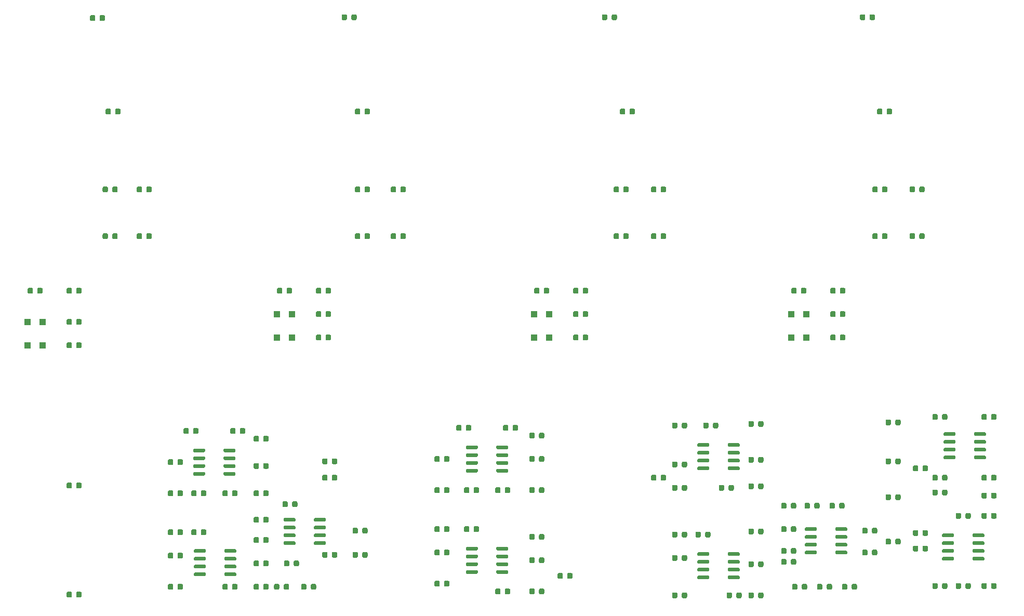
<source format=gbp>
G04 #@! TF.GenerationSoftware,KiCad,Pcbnew,(5.1.6-0-10_14)*
G04 #@! TF.CreationDate,2022-01-22T16:52:21+00:00*
G04 #@! TF.ProjectId,Quad Tube VCA,51756164-2054-4756-9265-205643412e6b,rev?*
G04 #@! TF.SameCoordinates,Original*
G04 #@! TF.FileFunction,Paste,Bot*
G04 #@! TF.FilePolarity,Positive*
%FSLAX46Y46*%
G04 Gerber Fmt 4.6, Leading zero omitted, Abs format (unit mm)*
G04 Created by KiCad (PCBNEW (5.1.6-0-10_14)) date 2022-01-22 16:52:21*
%MOMM*%
%LPD*%
G01*
G04 APERTURE LIST*
%ADD10R,1.000000X1.000000*%
G04 APERTURE END LIST*
G36*
G01*
X100687000Y-139088000D02*
X100687000Y-138788000D01*
G75*
G02*
X100837000Y-138638000I150000J0D01*
G01*
X102487000Y-138638000D01*
G75*
G02*
X102637000Y-138788000I0J-150000D01*
G01*
X102637000Y-139088000D01*
G75*
G02*
X102487000Y-139238000I-150000J0D01*
G01*
X100837000Y-139238000D01*
G75*
G02*
X100687000Y-139088000I0J150000D01*
G01*
G37*
G36*
G01*
X100687000Y-137818000D02*
X100687000Y-137518000D01*
G75*
G02*
X100837000Y-137368000I150000J0D01*
G01*
X102487000Y-137368000D01*
G75*
G02*
X102637000Y-137518000I0J-150000D01*
G01*
X102637000Y-137818000D01*
G75*
G02*
X102487000Y-137968000I-150000J0D01*
G01*
X100837000Y-137968000D01*
G75*
G02*
X100687000Y-137818000I0J150000D01*
G01*
G37*
G36*
G01*
X100687000Y-136548000D02*
X100687000Y-136248000D01*
G75*
G02*
X100837000Y-136098000I150000J0D01*
G01*
X102487000Y-136098000D01*
G75*
G02*
X102637000Y-136248000I0J-150000D01*
G01*
X102637000Y-136548000D01*
G75*
G02*
X102487000Y-136698000I-150000J0D01*
G01*
X100837000Y-136698000D01*
G75*
G02*
X100687000Y-136548000I0J150000D01*
G01*
G37*
G36*
G01*
X100687000Y-135278000D02*
X100687000Y-134978000D01*
G75*
G02*
X100837000Y-134828000I150000J0D01*
G01*
X102487000Y-134828000D01*
G75*
G02*
X102637000Y-134978000I0J-150000D01*
G01*
X102637000Y-135278000D01*
G75*
G02*
X102487000Y-135428000I-150000J0D01*
G01*
X100837000Y-135428000D01*
G75*
G02*
X100687000Y-135278000I0J150000D01*
G01*
G37*
G36*
G01*
X95737000Y-135278000D02*
X95737000Y-134978000D01*
G75*
G02*
X95887000Y-134828000I150000J0D01*
G01*
X97537000Y-134828000D01*
G75*
G02*
X97687000Y-134978000I0J-150000D01*
G01*
X97687000Y-135278000D01*
G75*
G02*
X97537000Y-135428000I-150000J0D01*
G01*
X95887000Y-135428000D01*
G75*
G02*
X95737000Y-135278000I0J150000D01*
G01*
G37*
G36*
G01*
X95737000Y-136548000D02*
X95737000Y-136248000D01*
G75*
G02*
X95887000Y-136098000I150000J0D01*
G01*
X97537000Y-136098000D01*
G75*
G02*
X97687000Y-136248000I0J-150000D01*
G01*
X97687000Y-136548000D01*
G75*
G02*
X97537000Y-136698000I-150000J0D01*
G01*
X95887000Y-136698000D01*
G75*
G02*
X95737000Y-136548000I0J150000D01*
G01*
G37*
G36*
G01*
X95737000Y-137818000D02*
X95737000Y-137518000D01*
G75*
G02*
X95887000Y-137368000I150000J0D01*
G01*
X97537000Y-137368000D01*
G75*
G02*
X97687000Y-137518000I0J-150000D01*
G01*
X97687000Y-137818000D01*
G75*
G02*
X97537000Y-137968000I-150000J0D01*
G01*
X95887000Y-137968000D01*
G75*
G02*
X95737000Y-137818000I0J150000D01*
G01*
G37*
G36*
G01*
X95737000Y-139088000D02*
X95737000Y-138788000D01*
G75*
G02*
X95887000Y-138638000I150000J0D01*
G01*
X97537000Y-138638000D01*
G75*
G02*
X97687000Y-138788000I0J-150000D01*
G01*
X97687000Y-139088000D01*
G75*
G02*
X97537000Y-139238000I-150000J0D01*
G01*
X95887000Y-139238000D01*
G75*
G02*
X95737000Y-139088000I0J150000D01*
G01*
G37*
G36*
G01*
X205517000Y-131569750D02*
X205517000Y-132082250D01*
G75*
G02*
X205298250Y-132301000I-218750J0D01*
G01*
X204860750Y-132301000D01*
G75*
G02*
X204642000Y-132082250I0J218750D01*
G01*
X204642000Y-131569750D01*
G75*
G02*
X204860750Y-131351000I218750J0D01*
G01*
X205298250Y-131351000D01*
G75*
G02*
X205517000Y-131569750I0J-218750D01*
G01*
G37*
G36*
G01*
X207092000Y-131569750D02*
X207092000Y-132082250D01*
G75*
G02*
X206873250Y-132301000I-218750J0D01*
G01*
X206435750Y-132301000D01*
G75*
G02*
X206217000Y-132082250I0J218750D01*
G01*
X206217000Y-131569750D01*
G75*
G02*
X206435750Y-131351000I218750J0D01*
G01*
X206873250Y-131351000D01*
G75*
G02*
X207092000Y-131569750I0J-218750D01*
G01*
G37*
G36*
G01*
X198851000Y-141226250D02*
X198851000Y-140713750D01*
G75*
G02*
X199069750Y-140495000I218750J0D01*
G01*
X199507250Y-140495000D01*
G75*
G02*
X199726000Y-140713750I0J-218750D01*
G01*
X199726000Y-141226250D01*
G75*
G02*
X199507250Y-141445000I-218750J0D01*
G01*
X199069750Y-141445000D01*
G75*
G02*
X198851000Y-141226250I0J218750D01*
G01*
G37*
G36*
G01*
X197276000Y-141226250D02*
X197276000Y-140713750D01*
G75*
G02*
X197494750Y-140495000I218750J0D01*
G01*
X197932250Y-140495000D01*
G75*
G02*
X198151000Y-140713750I0J-218750D01*
G01*
X198151000Y-141226250D01*
G75*
G02*
X197932250Y-141445000I-218750J0D01*
G01*
X197494750Y-141445000D01*
G75*
G02*
X197276000Y-141226250I0J218750D01*
G01*
G37*
G36*
G01*
X122459000Y-131569750D02*
X122459000Y-132082250D01*
G75*
G02*
X122240250Y-132301000I-218750J0D01*
G01*
X121802750Y-132301000D01*
G75*
G02*
X121584000Y-132082250I0J218750D01*
G01*
X121584000Y-131569750D01*
G75*
G02*
X121802750Y-131351000I218750J0D01*
G01*
X122240250Y-131351000D01*
G75*
G02*
X122459000Y-131569750I0J-218750D01*
G01*
G37*
G36*
G01*
X124034000Y-131569750D02*
X124034000Y-132082250D01*
G75*
G02*
X123815250Y-132301000I-218750J0D01*
G01*
X123377750Y-132301000D01*
G75*
G02*
X123159000Y-132082250I0J218750D01*
G01*
X123159000Y-131569750D01*
G75*
G02*
X123377750Y-131351000I218750J0D01*
G01*
X123815250Y-131351000D01*
G75*
G02*
X124034000Y-131569750I0J-218750D01*
G01*
G37*
G36*
G01*
X111983000Y-137416250D02*
X111983000Y-136903750D01*
G75*
G02*
X112201750Y-136685000I218750J0D01*
G01*
X112639250Y-136685000D01*
G75*
G02*
X112858000Y-136903750I0J-218750D01*
G01*
X112858000Y-137416250D01*
G75*
G02*
X112639250Y-137635000I-218750J0D01*
G01*
X112201750Y-137635000D01*
G75*
G02*
X111983000Y-137416250I0J218750D01*
G01*
G37*
G36*
G01*
X110408000Y-137416250D02*
X110408000Y-136903750D01*
G75*
G02*
X110626750Y-136685000I218750J0D01*
G01*
X111064250Y-136685000D01*
G75*
G02*
X111283000Y-136903750I0J-218750D01*
G01*
X111283000Y-137416250D01*
G75*
G02*
X111064250Y-137635000I-218750J0D01*
G01*
X110626750Y-137635000D01*
G75*
G02*
X110408000Y-137416250I0J218750D01*
G01*
G37*
G36*
G01*
X200183000Y-127505750D02*
X200183000Y-128018250D01*
G75*
G02*
X199964250Y-128237000I-218750J0D01*
G01*
X199526750Y-128237000D01*
G75*
G02*
X199308000Y-128018250I0J218750D01*
G01*
X199308000Y-127505750D01*
G75*
G02*
X199526750Y-127287000I218750J0D01*
G01*
X199964250Y-127287000D01*
G75*
G02*
X200183000Y-127505750I0J-218750D01*
G01*
G37*
G36*
G01*
X201758000Y-127505750D02*
X201758000Y-128018250D01*
G75*
G02*
X201539250Y-128237000I-218750J0D01*
G01*
X201101750Y-128237000D01*
G75*
G02*
X200883000Y-128018250I0J218750D01*
G01*
X200883000Y-127505750D01*
G75*
G02*
X201101750Y-127287000I218750J0D01*
G01*
X201539250Y-127287000D01*
G75*
G02*
X201758000Y-127505750I0J-218750D01*
G01*
G37*
G36*
G01*
X192309000Y-134871750D02*
X192309000Y-135384250D01*
G75*
G02*
X192090250Y-135603000I-218750J0D01*
G01*
X191652750Y-135603000D01*
G75*
G02*
X191434000Y-135384250I0J218750D01*
G01*
X191434000Y-134871750D01*
G75*
G02*
X191652750Y-134653000I218750J0D01*
G01*
X192090250Y-134653000D01*
G75*
G02*
X192309000Y-134871750I0J-218750D01*
G01*
G37*
G36*
G01*
X193884000Y-134871750D02*
X193884000Y-135384250D01*
G75*
G02*
X193665250Y-135603000I-218750J0D01*
G01*
X193227750Y-135603000D01*
G75*
G02*
X193009000Y-135384250I0J218750D01*
G01*
X193009000Y-134871750D01*
G75*
G02*
X193227750Y-134653000I218750J0D01*
G01*
X193665250Y-134653000D01*
G75*
G02*
X193884000Y-134871750I0J-218750D01*
G01*
G37*
G36*
G01*
X118206000Y-123446250D02*
X118206000Y-122933750D01*
G75*
G02*
X118424750Y-122715000I218750J0D01*
G01*
X118862250Y-122715000D01*
G75*
G02*
X119081000Y-122933750I0J-218750D01*
G01*
X119081000Y-123446250D01*
G75*
G02*
X118862250Y-123665000I-218750J0D01*
G01*
X118424750Y-123665000D01*
G75*
G02*
X118206000Y-123446250I0J218750D01*
G01*
G37*
G36*
G01*
X116631000Y-123446250D02*
X116631000Y-122933750D01*
G75*
G02*
X116849750Y-122715000I218750J0D01*
G01*
X117287250Y-122715000D01*
G75*
G02*
X117506000Y-122933750I0J-218750D01*
G01*
X117506000Y-123446250D01*
G75*
G02*
X117287250Y-123665000I-218750J0D01*
G01*
X116849750Y-123665000D01*
G75*
G02*
X116631000Y-123446250I0J218750D01*
G01*
G37*
G36*
G01*
X210027000Y-133860250D02*
X210027000Y-133347750D01*
G75*
G02*
X210245750Y-133129000I218750J0D01*
G01*
X210683250Y-133129000D01*
G75*
G02*
X210902000Y-133347750I0J-218750D01*
G01*
X210902000Y-133860250D01*
G75*
G02*
X210683250Y-134079000I-218750J0D01*
G01*
X210245750Y-134079000D01*
G75*
G02*
X210027000Y-133860250I0J218750D01*
G01*
G37*
G36*
G01*
X208452000Y-133860250D02*
X208452000Y-133347750D01*
G75*
G02*
X208670750Y-133129000I218750J0D01*
G01*
X209108250Y-133129000D01*
G75*
G02*
X209327000Y-133347750I0J-218750D01*
G01*
X209327000Y-133860250D01*
G75*
G02*
X209108250Y-134079000I-218750J0D01*
G01*
X208670750Y-134079000D01*
G75*
G02*
X208452000Y-133860250I0J218750D01*
G01*
G37*
G36*
G01*
X192309000Y-131315750D02*
X192309000Y-131828250D01*
G75*
G02*
X192090250Y-132047000I-218750J0D01*
G01*
X191652750Y-132047000D01*
G75*
G02*
X191434000Y-131828250I0J218750D01*
G01*
X191434000Y-131315750D01*
G75*
G02*
X191652750Y-131097000I218750J0D01*
G01*
X192090250Y-131097000D01*
G75*
G02*
X192309000Y-131315750I0J-218750D01*
G01*
G37*
G36*
G01*
X193884000Y-131315750D02*
X193884000Y-131828250D01*
G75*
G02*
X193665250Y-132047000I-218750J0D01*
G01*
X193227750Y-132047000D01*
G75*
G02*
X193009000Y-131828250I0J218750D01*
G01*
X193009000Y-131315750D01*
G75*
G02*
X193227750Y-131097000I218750J0D01*
G01*
X193665250Y-131097000D01*
G75*
G02*
X193884000Y-131315750I0J-218750D01*
G01*
G37*
G36*
G01*
X118206000Y-120779250D02*
X118206000Y-120266750D01*
G75*
G02*
X118424750Y-120048000I218750J0D01*
G01*
X118862250Y-120048000D01*
G75*
G02*
X119081000Y-120266750I0J-218750D01*
G01*
X119081000Y-120779250D01*
G75*
G02*
X118862250Y-120998000I-218750J0D01*
G01*
X118424750Y-120998000D01*
G75*
G02*
X118206000Y-120779250I0J218750D01*
G01*
G37*
G36*
G01*
X116631000Y-120779250D02*
X116631000Y-120266750D01*
G75*
G02*
X116849750Y-120048000I218750J0D01*
G01*
X117287250Y-120048000D01*
G75*
G02*
X117506000Y-120266750I0J-218750D01*
G01*
X117506000Y-120779250D01*
G75*
G02*
X117287250Y-120998000I-218750J0D01*
G01*
X116849750Y-120998000D01*
G75*
G02*
X116631000Y-120779250I0J218750D01*
G01*
G37*
G36*
G01*
X107030000Y-130304250D02*
X107030000Y-129791750D01*
G75*
G02*
X107248750Y-129573000I218750J0D01*
G01*
X107686250Y-129573000D01*
G75*
G02*
X107905000Y-129791750I0J-218750D01*
G01*
X107905000Y-130304250D01*
G75*
G02*
X107686250Y-130523000I-218750J0D01*
G01*
X107248750Y-130523000D01*
G75*
G02*
X107030000Y-130304250I0J218750D01*
G01*
G37*
G36*
G01*
X105455000Y-130304250D02*
X105455000Y-129791750D01*
G75*
G02*
X105673750Y-129573000I218750J0D01*
G01*
X106111250Y-129573000D01*
G75*
G02*
X106330000Y-129791750I0J-218750D01*
G01*
X106330000Y-130304250D01*
G75*
G02*
X106111250Y-130523000I-218750J0D01*
G01*
X105673750Y-130523000D01*
G75*
G02*
X105455000Y-130304250I0J218750D01*
G01*
G37*
G36*
G01*
X200255000Y-135532000D02*
X200255000Y-135232000D01*
G75*
G02*
X200405000Y-135082000I150000J0D01*
G01*
X202055000Y-135082000D01*
G75*
G02*
X202205000Y-135232000I0J-150000D01*
G01*
X202205000Y-135532000D01*
G75*
G02*
X202055000Y-135682000I-150000J0D01*
G01*
X200405000Y-135682000D01*
G75*
G02*
X200255000Y-135532000I0J150000D01*
G01*
G37*
G36*
G01*
X200255000Y-134262000D02*
X200255000Y-133962000D01*
G75*
G02*
X200405000Y-133812000I150000J0D01*
G01*
X202055000Y-133812000D01*
G75*
G02*
X202205000Y-133962000I0J-150000D01*
G01*
X202205000Y-134262000D01*
G75*
G02*
X202055000Y-134412000I-150000J0D01*
G01*
X200405000Y-134412000D01*
G75*
G02*
X200255000Y-134262000I0J150000D01*
G01*
G37*
G36*
G01*
X200255000Y-132992000D02*
X200255000Y-132692000D01*
G75*
G02*
X200405000Y-132542000I150000J0D01*
G01*
X202055000Y-132542000D01*
G75*
G02*
X202205000Y-132692000I0J-150000D01*
G01*
X202205000Y-132992000D01*
G75*
G02*
X202055000Y-133142000I-150000J0D01*
G01*
X200405000Y-133142000D01*
G75*
G02*
X200255000Y-132992000I0J150000D01*
G01*
G37*
G36*
G01*
X200255000Y-131722000D02*
X200255000Y-131422000D01*
G75*
G02*
X200405000Y-131272000I150000J0D01*
G01*
X202055000Y-131272000D01*
G75*
G02*
X202205000Y-131422000I0J-150000D01*
G01*
X202205000Y-131722000D01*
G75*
G02*
X202055000Y-131872000I-150000J0D01*
G01*
X200405000Y-131872000D01*
G75*
G02*
X200255000Y-131722000I0J150000D01*
G01*
G37*
G36*
G01*
X195305000Y-131722000D02*
X195305000Y-131422000D01*
G75*
G02*
X195455000Y-131272000I150000J0D01*
G01*
X197105000Y-131272000D01*
G75*
G02*
X197255000Y-131422000I0J-150000D01*
G01*
X197255000Y-131722000D01*
G75*
G02*
X197105000Y-131872000I-150000J0D01*
G01*
X195455000Y-131872000D01*
G75*
G02*
X195305000Y-131722000I0J150000D01*
G01*
G37*
G36*
G01*
X195305000Y-132992000D02*
X195305000Y-132692000D01*
G75*
G02*
X195455000Y-132542000I150000J0D01*
G01*
X197105000Y-132542000D01*
G75*
G02*
X197255000Y-132692000I0J-150000D01*
G01*
X197255000Y-132992000D01*
G75*
G02*
X197105000Y-133142000I-150000J0D01*
G01*
X195455000Y-133142000D01*
G75*
G02*
X195305000Y-132992000I0J150000D01*
G01*
G37*
G36*
G01*
X195305000Y-134262000D02*
X195305000Y-133962000D01*
G75*
G02*
X195455000Y-133812000I150000J0D01*
G01*
X197105000Y-133812000D01*
G75*
G02*
X197255000Y-133962000I0J-150000D01*
G01*
X197255000Y-134262000D01*
G75*
G02*
X197105000Y-134412000I-150000J0D01*
G01*
X195455000Y-134412000D01*
G75*
G02*
X195305000Y-134262000I0J150000D01*
G01*
G37*
G36*
G01*
X195305000Y-135532000D02*
X195305000Y-135232000D01*
G75*
G02*
X195455000Y-135082000I150000J0D01*
G01*
X197105000Y-135082000D01*
G75*
G02*
X197255000Y-135232000I0J-150000D01*
G01*
X197255000Y-135532000D01*
G75*
G02*
X197105000Y-135682000I-150000J0D01*
G01*
X195455000Y-135682000D01*
G75*
G02*
X195305000Y-135532000I0J150000D01*
G01*
G37*
G36*
G01*
X115292000Y-134008000D02*
X115292000Y-133708000D01*
G75*
G02*
X115442000Y-133558000I150000J0D01*
G01*
X117092000Y-133558000D01*
G75*
G02*
X117242000Y-133708000I0J-150000D01*
G01*
X117242000Y-134008000D01*
G75*
G02*
X117092000Y-134158000I-150000J0D01*
G01*
X115442000Y-134158000D01*
G75*
G02*
X115292000Y-134008000I0J150000D01*
G01*
G37*
G36*
G01*
X115292000Y-132738000D02*
X115292000Y-132438000D01*
G75*
G02*
X115442000Y-132288000I150000J0D01*
G01*
X117092000Y-132288000D01*
G75*
G02*
X117242000Y-132438000I0J-150000D01*
G01*
X117242000Y-132738000D01*
G75*
G02*
X117092000Y-132888000I-150000J0D01*
G01*
X115442000Y-132888000D01*
G75*
G02*
X115292000Y-132738000I0J150000D01*
G01*
G37*
G36*
G01*
X115292000Y-131468000D02*
X115292000Y-131168000D01*
G75*
G02*
X115442000Y-131018000I150000J0D01*
G01*
X117092000Y-131018000D01*
G75*
G02*
X117242000Y-131168000I0J-150000D01*
G01*
X117242000Y-131468000D01*
G75*
G02*
X117092000Y-131618000I-150000J0D01*
G01*
X115442000Y-131618000D01*
G75*
G02*
X115292000Y-131468000I0J150000D01*
G01*
G37*
G36*
G01*
X115292000Y-130198000D02*
X115292000Y-129898000D01*
G75*
G02*
X115442000Y-129748000I150000J0D01*
G01*
X117092000Y-129748000D01*
G75*
G02*
X117242000Y-129898000I0J-150000D01*
G01*
X117242000Y-130198000D01*
G75*
G02*
X117092000Y-130348000I-150000J0D01*
G01*
X115442000Y-130348000D01*
G75*
G02*
X115292000Y-130198000I0J150000D01*
G01*
G37*
G36*
G01*
X110342000Y-130198000D02*
X110342000Y-129898000D01*
G75*
G02*
X110492000Y-129748000I150000J0D01*
G01*
X112142000Y-129748000D01*
G75*
G02*
X112292000Y-129898000I0J-150000D01*
G01*
X112292000Y-130198000D01*
G75*
G02*
X112142000Y-130348000I-150000J0D01*
G01*
X110492000Y-130348000D01*
G75*
G02*
X110342000Y-130198000I0J150000D01*
G01*
G37*
G36*
G01*
X110342000Y-131468000D02*
X110342000Y-131168000D01*
G75*
G02*
X110492000Y-131018000I150000J0D01*
G01*
X112142000Y-131018000D01*
G75*
G02*
X112292000Y-131168000I0J-150000D01*
G01*
X112292000Y-131468000D01*
G75*
G02*
X112142000Y-131618000I-150000J0D01*
G01*
X110492000Y-131618000D01*
G75*
G02*
X110342000Y-131468000I0J150000D01*
G01*
G37*
G36*
G01*
X110342000Y-132738000D02*
X110342000Y-132438000D01*
G75*
G02*
X110492000Y-132288000I150000J0D01*
G01*
X112142000Y-132288000D01*
G75*
G02*
X112292000Y-132438000I0J-150000D01*
G01*
X112292000Y-132738000D01*
G75*
G02*
X112142000Y-132888000I-150000J0D01*
G01*
X110492000Y-132888000D01*
G75*
G02*
X110342000Y-132738000I0J150000D01*
G01*
G37*
G36*
G01*
X110342000Y-134008000D02*
X110342000Y-133708000D01*
G75*
G02*
X110492000Y-133558000I150000J0D01*
G01*
X112142000Y-133558000D01*
G75*
G02*
X112292000Y-133708000I0J-150000D01*
G01*
X112292000Y-134008000D01*
G75*
G02*
X112142000Y-134158000I-150000J0D01*
G01*
X110492000Y-134158000D01*
G75*
G02*
X110342000Y-134008000I0J150000D01*
G01*
G37*
G36*
G01*
X196819000Y-128018250D02*
X196819000Y-127505750D01*
G75*
G02*
X197037750Y-127287000I218750J0D01*
G01*
X197475250Y-127287000D01*
G75*
G02*
X197694000Y-127505750I0J-218750D01*
G01*
X197694000Y-128018250D01*
G75*
G02*
X197475250Y-128237000I-218750J0D01*
G01*
X197037750Y-128237000D01*
G75*
G02*
X196819000Y-128018250I0J218750D01*
G01*
G37*
G36*
G01*
X195244000Y-128018250D02*
X195244000Y-127505750D01*
G75*
G02*
X195462750Y-127287000I218750J0D01*
G01*
X195900250Y-127287000D01*
G75*
G02*
X196119000Y-127505750I0J-218750D01*
G01*
X196119000Y-128018250D01*
G75*
G02*
X195900250Y-128237000I-218750J0D01*
G01*
X195462750Y-128237000D01*
G75*
G02*
X195244000Y-128018250I0J218750D01*
G01*
G37*
G36*
G01*
X202915000Y-141226250D02*
X202915000Y-140713750D01*
G75*
G02*
X203133750Y-140495000I218750J0D01*
G01*
X203571250Y-140495000D01*
G75*
G02*
X203790000Y-140713750I0J-218750D01*
G01*
X203790000Y-141226250D01*
G75*
G02*
X203571250Y-141445000I-218750J0D01*
G01*
X203133750Y-141445000D01*
G75*
G02*
X202915000Y-141226250I0J218750D01*
G01*
G37*
G36*
G01*
X201340000Y-141226250D02*
X201340000Y-140713750D01*
G75*
G02*
X201558750Y-140495000I218750J0D01*
G01*
X201996250Y-140495000D01*
G75*
G02*
X202215000Y-140713750I0J-218750D01*
G01*
X202215000Y-141226250D01*
G75*
G02*
X201996250Y-141445000I-218750J0D01*
G01*
X201558750Y-141445000D01*
G75*
G02*
X201340000Y-141226250I0J218750D01*
G01*
G37*
G36*
G01*
X111729000Y-127764250D02*
X111729000Y-127251750D01*
G75*
G02*
X111947750Y-127033000I218750J0D01*
G01*
X112385250Y-127033000D01*
G75*
G02*
X112604000Y-127251750I0J-218750D01*
G01*
X112604000Y-127764250D01*
G75*
G02*
X112385250Y-127983000I-218750J0D01*
G01*
X111947750Y-127983000D01*
G75*
G02*
X111729000Y-127764250I0J218750D01*
G01*
G37*
G36*
G01*
X110154000Y-127764250D02*
X110154000Y-127251750D01*
G75*
G02*
X110372750Y-127033000I218750J0D01*
G01*
X110810250Y-127033000D01*
G75*
G02*
X111029000Y-127251750I0J-218750D01*
G01*
X111029000Y-127764250D01*
G75*
G02*
X110810250Y-127983000I-218750J0D01*
G01*
X110372750Y-127983000D01*
G75*
G02*
X110154000Y-127764250I0J218750D01*
G01*
G37*
G36*
G01*
X118206000Y-136019250D02*
X118206000Y-135506750D01*
G75*
G02*
X118424750Y-135288000I218750J0D01*
G01*
X118862250Y-135288000D01*
G75*
G02*
X119081000Y-135506750I0J-218750D01*
G01*
X119081000Y-136019250D01*
G75*
G02*
X118862250Y-136238000I-218750J0D01*
G01*
X118424750Y-136238000D01*
G75*
G02*
X118206000Y-136019250I0J218750D01*
G01*
G37*
G36*
G01*
X116631000Y-136019250D02*
X116631000Y-135506750D01*
G75*
G02*
X116849750Y-135288000I218750J0D01*
G01*
X117287250Y-135288000D01*
G75*
G02*
X117506000Y-135506750I0J-218750D01*
G01*
X117506000Y-136019250D01*
G75*
G02*
X117287250Y-136238000I-218750J0D01*
G01*
X116849750Y-136238000D01*
G75*
G02*
X116631000Y-136019250I0J218750D01*
G01*
G37*
G36*
G01*
X186975000Y-142110750D02*
X186975000Y-142623250D01*
G75*
G02*
X186756250Y-142842000I-218750J0D01*
G01*
X186318750Y-142842000D01*
G75*
G02*
X186100000Y-142623250I0J218750D01*
G01*
X186100000Y-142110750D01*
G75*
G02*
X186318750Y-141892000I218750J0D01*
G01*
X186756250Y-141892000D01*
G75*
G02*
X186975000Y-142110750I0J-218750D01*
G01*
G37*
G36*
G01*
X188550000Y-142110750D02*
X188550000Y-142623250D01*
G75*
G02*
X188331250Y-142842000I-218750J0D01*
G01*
X187893750Y-142842000D01*
G75*
G02*
X187675000Y-142623250I0J218750D01*
G01*
X187675000Y-142110750D01*
G75*
G02*
X187893750Y-141892000I218750J0D01*
G01*
X188331250Y-141892000D01*
G75*
G02*
X188550000Y-142110750I0J-218750D01*
G01*
G37*
G36*
G01*
X187675000Y-137543250D02*
X187675000Y-137030750D01*
G75*
G02*
X187893750Y-136812000I218750J0D01*
G01*
X188331250Y-136812000D01*
G75*
G02*
X188550000Y-137030750I0J-218750D01*
G01*
X188550000Y-137543250D01*
G75*
G02*
X188331250Y-137762000I-218750J0D01*
G01*
X187893750Y-137762000D01*
G75*
G02*
X187675000Y-137543250I0J218750D01*
G01*
G37*
G36*
G01*
X186100000Y-137543250D02*
X186100000Y-137030750D01*
G75*
G02*
X186318750Y-136812000I218750J0D01*
G01*
X186756250Y-136812000D01*
G75*
G02*
X186975000Y-137030750I0J-218750D01*
G01*
X186975000Y-137543250D01*
G75*
G02*
X186756250Y-137762000I-218750J0D01*
G01*
X186318750Y-137762000D01*
G75*
G02*
X186100000Y-137543250I0J218750D01*
G01*
G37*
G36*
G01*
X225648000Y-113540250D02*
X225648000Y-113027750D01*
G75*
G02*
X225866750Y-112809000I218750J0D01*
G01*
X226304250Y-112809000D01*
G75*
G02*
X226523000Y-113027750I0J-218750D01*
G01*
X226523000Y-113540250D01*
G75*
G02*
X226304250Y-113759000I-218750J0D01*
G01*
X225866750Y-113759000D01*
G75*
G02*
X225648000Y-113540250I0J218750D01*
G01*
G37*
G36*
G01*
X224073000Y-113540250D02*
X224073000Y-113027750D01*
G75*
G02*
X224291750Y-112809000I218750J0D01*
G01*
X224729250Y-112809000D01*
G75*
G02*
X224948000Y-113027750I0J-218750D01*
G01*
X224948000Y-113540250D01*
G75*
G02*
X224729250Y-113759000I-218750J0D01*
G01*
X224291750Y-113759000D01*
G75*
G02*
X224073000Y-113540250I0J218750D01*
G01*
G37*
G36*
G01*
X210027000Y-114429250D02*
X210027000Y-113916750D01*
G75*
G02*
X210245750Y-113698000I218750J0D01*
G01*
X210683250Y-113698000D01*
G75*
G02*
X210902000Y-113916750I0J-218750D01*
G01*
X210902000Y-114429250D01*
G75*
G02*
X210683250Y-114648000I-218750J0D01*
G01*
X210245750Y-114648000D01*
G75*
G02*
X210027000Y-114429250I0J218750D01*
G01*
G37*
G36*
G01*
X208452000Y-114429250D02*
X208452000Y-113916750D01*
G75*
G02*
X208670750Y-113698000I218750J0D01*
G01*
X209108250Y-113698000D01*
G75*
G02*
X209327000Y-113916750I0J-218750D01*
G01*
X209327000Y-114429250D01*
G75*
G02*
X209108250Y-114648000I-218750J0D01*
G01*
X208670750Y-114648000D01*
G75*
G02*
X208452000Y-114429250I0J218750D01*
G01*
G37*
G36*
G01*
X194660000Y-92966250D02*
X194660000Y-92453750D01*
G75*
G02*
X194878750Y-92235000I218750J0D01*
G01*
X195316250Y-92235000D01*
G75*
G02*
X195535000Y-92453750I0J-218750D01*
G01*
X195535000Y-92966250D01*
G75*
G02*
X195316250Y-93185000I-218750J0D01*
G01*
X194878750Y-93185000D01*
G75*
G02*
X194660000Y-92966250I0J218750D01*
G01*
G37*
G36*
G01*
X193085000Y-92966250D02*
X193085000Y-92453750D01*
G75*
G02*
X193303750Y-92235000I218750J0D01*
G01*
X193741250Y-92235000D01*
G75*
G02*
X193960000Y-92453750I0J-218750D01*
G01*
X193960000Y-92966250D01*
G75*
G02*
X193741250Y-93185000I-218750J0D01*
G01*
X193303750Y-93185000D01*
G75*
G02*
X193085000Y-92966250I0J218750D01*
G01*
G37*
G36*
G01*
X200310000Y-92453750D02*
X200310000Y-92966250D01*
G75*
G02*
X200091250Y-93185000I-218750J0D01*
G01*
X199653750Y-93185000D01*
G75*
G02*
X199435000Y-92966250I0J218750D01*
G01*
X199435000Y-92453750D01*
G75*
G02*
X199653750Y-92235000I218750J0D01*
G01*
X200091250Y-92235000D01*
G75*
G02*
X200310000Y-92453750I0J-218750D01*
G01*
G37*
G36*
G01*
X201885000Y-92453750D02*
X201885000Y-92966250D01*
G75*
G02*
X201666250Y-93185000I-218750J0D01*
G01*
X201228750Y-93185000D01*
G75*
G02*
X201010000Y-92966250I0J218750D01*
G01*
X201010000Y-92453750D01*
G75*
G02*
X201228750Y-92235000I218750J0D01*
G01*
X201666250Y-92235000D01*
G75*
G02*
X201885000Y-92453750I0J-218750D01*
G01*
G37*
G36*
G01*
X213772000Y-121409750D02*
X213772000Y-121922250D01*
G75*
G02*
X213553250Y-122141000I-218750J0D01*
G01*
X213115750Y-122141000D01*
G75*
G02*
X212897000Y-121922250I0J218750D01*
G01*
X212897000Y-121409750D01*
G75*
G02*
X213115750Y-121191000I218750J0D01*
G01*
X213553250Y-121191000D01*
G75*
G02*
X213772000Y-121409750I0J-218750D01*
G01*
G37*
G36*
G01*
X215347000Y-121409750D02*
X215347000Y-121922250D01*
G75*
G02*
X215128250Y-122141000I-218750J0D01*
G01*
X214690750Y-122141000D01*
G75*
G02*
X214472000Y-121922250I0J218750D01*
G01*
X214472000Y-121409750D01*
G75*
G02*
X214690750Y-121191000I218750J0D01*
G01*
X215128250Y-121191000D01*
G75*
G02*
X215347000Y-121409750I0J-218750D01*
G01*
G37*
G36*
G01*
X209327000Y-126108750D02*
X209327000Y-126621250D01*
G75*
G02*
X209108250Y-126840000I-218750J0D01*
G01*
X208670750Y-126840000D01*
G75*
G02*
X208452000Y-126621250I0J218750D01*
G01*
X208452000Y-126108750D01*
G75*
G02*
X208670750Y-125890000I218750J0D01*
G01*
X209108250Y-125890000D01*
G75*
G02*
X209327000Y-126108750I0J-218750D01*
G01*
G37*
G36*
G01*
X210902000Y-126108750D02*
X210902000Y-126621250D01*
G75*
G02*
X210683250Y-126840000I-218750J0D01*
G01*
X210245750Y-126840000D01*
G75*
G02*
X210027000Y-126621250I0J218750D01*
G01*
X210027000Y-126108750D01*
G75*
G02*
X210245750Y-125890000I218750J0D01*
G01*
X210683250Y-125890000D01*
G75*
G02*
X210902000Y-126108750I0J-218750D01*
G01*
G37*
G36*
G01*
X201010000Y-96776250D02*
X201010000Y-96263750D01*
G75*
G02*
X201228750Y-96045000I218750J0D01*
G01*
X201666250Y-96045000D01*
G75*
G02*
X201885000Y-96263750I0J-218750D01*
G01*
X201885000Y-96776250D01*
G75*
G02*
X201666250Y-96995000I-218750J0D01*
G01*
X201228750Y-96995000D01*
G75*
G02*
X201010000Y-96776250I0J218750D01*
G01*
G37*
G36*
G01*
X199435000Y-96776250D02*
X199435000Y-96263750D01*
G75*
G02*
X199653750Y-96045000I218750J0D01*
G01*
X200091250Y-96045000D01*
G75*
G02*
X200310000Y-96263750I0J-218750D01*
G01*
X200310000Y-96776250D01*
G75*
G02*
X200091250Y-96995000I-218750J0D01*
G01*
X199653750Y-96995000D01*
G75*
G02*
X199435000Y-96776250I0J218750D01*
G01*
G37*
G36*
G01*
X213938500Y-84076250D02*
X213938500Y-83563750D01*
G75*
G02*
X214157250Y-83345000I218750J0D01*
G01*
X214594750Y-83345000D01*
G75*
G02*
X214813500Y-83563750I0J-218750D01*
G01*
X214813500Y-84076250D01*
G75*
G02*
X214594750Y-84295000I-218750J0D01*
G01*
X214157250Y-84295000D01*
G75*
G02*
X213938500Y-84076250I0J218750D01*
G01*
G37*
G36*
G01*
X212363500Y-84076250D02*
X212363500Y-83563750D01*
G75*
G02*
X212582250Y-83345000I218750J0D01*
G01*
X213019750Y-83345000D01*
G75*
G02*
X213238500Y-83563750I0J-218750D01*
G01*
X213238500Y-84076250D01*
G75*
G02*
X213019750Y-84295000I-218750J0D01*
G01*
X212582250Y-84295000D01*
G75*
G02*
X212363500Y-84076250I0J218750D01*
G01*
G37*
G36*
G01*
X201010000Y-100586250D02*
X201010000Y-100073750D01*
G75*
G02*
X201228750Y-99855000I218750J0D01*
G01*
X201666250Y-99855000D01*
G75*
G02*
X201885000Y-100073750I0J-218750D01*
G01*
X201885000Y-100586250D01*
G75*
G02*
X201666250Y-100805000I-218750J0D01*
G01*
X201228750Y-100805000D01*
G75*
G02*
X201010000Y-100586250I0J218750D01*
G01*
G37*
G36*
G01*
X199435000Y-100586250D02*
X199435000Y-100073750D01*
G75*
G02*
X199653750Y-99855000I218750J0D01*
G01*
X200091250Y-99855000D01*
G75*
G02*
X200310000Y-100073750I0J-218750D01*
G01*
X200310000Y-100586250D01*
G75*
G02*
X200091250Y-100805000I-218750J0D01*
G01*
X199653750Y-100805000D01*
G75*
G02*
X199435000Y-100586250I0J218750D01*
G01*
G37*
G36*
G01*
X207868000Y-84076250D02*
X207868000Y-83563750D01*
G75*
G02*
X208086750Y-83345000I218750J0D01*
G01*
X208524250Y-83345000D01*
G75*
G02*
X208743000Y-83563750I0J-218750D01*
G01*
X208743000Y-84076250D01*
G75*
G02*
X208524250Y-84295000I-218750J0D01*
G01*
X208086750Y-84295000D01*
G75*
G02*
X207868000Y-84076250I0J218750D01*
G01*
G37*
G36*
G01*
X206293000Y-84076250D02*
X206293000Y-83563750D01*
G75*
G02*
X206511750Y-83345000I218750J0D01*
G01*
X206949250Y-83345000D01*
G75*
G02*
X207168000Y-83563750I0J-218750D01*
G01*
X207168000Y-84076250D01*
G75*
G02*
X206949250Y-84295000I-218750J0D01*
G01*
X206511750Y-84295000D01*
G75*
G02*
X206293000Y-84076250I0J218750D01*
G01*
G37*
G36*
G01*
X207868000Y-76456250D02*
X207868000Y-75943750D01*
G75*
G02*
X208086750Y-75725000I218750J0D01*
G01*
X208524250Y-75725000D01*
G75*
G02*
X208743000Y-75943750I0J-218750D01*
G01*
X208743000Y-76456250D01*
G75*
G02*
X208524250Y-76675000I-218750J0D01*
G01*
X208086750Y-76675000D01*
G75*
G02*
X207868000Y-76456250I0J218750D01*
G01*
G37*
G36*
G01*
X206293000Y-76456250D02*
X206293000Y-75943750D01*
G75*
G02*
X206511750Y-75725000I218750J0D01*
G01*
X206949250Y-75725000D01*
G75*
G02*
X207168000Y-75943750I0J-218750D01*
G01*
X207168000Y-76456250D01*
G75*
G02*
X206949250Y-76675000I-218750J0D01*
G01*
X206511750Y-76675000D01*
G75*
G02*
X206293000Y-76456250I0J218750D01*
G01*
G37*
G36*
G01*
X213938500Y-76456250D02*
X213938500Y-75943750D01*
G75*
G02*
X214157250Y-75725000I218750J0D01*
G01*
X214594750Y-75725000D01*
G75*
G02*
X214813500Y-75943750I0J-218750D01*
G01*
X214813500Y-76456250D01*
G75*
G02*
X214594750Y-76675000I-218750J0D01*
G01*
X214157250Y-76675000D01*
G75*
G02*
X213938500Y-76456250I0J218750D01*
G01*
G37*
G36*
G01*
X212363500Y-76456250D02*
X212363500Y-75943750D01*
G75*
G02*
X212582250Y-75725000I218750J0D01*
G01*
X213019750Y-75725000D01*
G75*
G02*
X213238500Y-75943750I0J-218750D01*
G01*
X213238500Y-76456250D01*
G75*
G02*
X213019750Y-76675000I-218750J0D01*
G01*
X212582250Y-76675000D01*
G75*
G02*
X212363500Y-76456250I0J218750D01*
G01*
G37*
G36*
G01*
X206217000Y-135638250D02*
X206217000Y-135125750D01*
G75*
G02*
X206435750Y-134907000I218750J0D01*
G01*
X206873250Y-134907000D01*
G75*
G02*
X207092000Y-135125750I0J-218750D01*
G01*
X207092000Y-135638250D01*
G75*
G02*
X206873250Y-135857000I-218750J0D01*
G01*
X206435750Y-135857000D01*
G75*
G02*
X206217000Y-135638250I0J218750D01*
G01*
G37*
G36*
G01*
X204642000Y-135638250D02*
X204642000Y-135125750D01*
G75*
G02*
X204860750Y-134907000I218750J0D01*
G01*
X205298250Y-134907000D01*
G75*
G02*
X205517000Y-135125750I0J-218750D01*
G01*
X205517000Y-135638250D01*
G75*
G02*
X205298250Y-135857000I-218750J0D01*
G01*
X204860750Y-135857000D01*
G75*
G02*
X204642000Y-135638250I0J218750D01*
G01*
G37*
G36*
G01*
X208630000Y-63756250D02*
X208630000Y-63243750D01*
G75*
G02*
X208848750Y-63025000I218750J0D01*
G01*
X209286250Y-63025000D01*
G75*
G02*
X209505000Y-63243750I0J-218750D01*
G01*
X209505000Y-63756250D01*
G75*
G02*
X209286250Y-63975000I-218750J0D01*
G01*
X208848750Y-63975000D01*
G75*
G02*
X208630000Y-63756250I0J218750D01*
G01*
G37*
G36*
G01*
X207055000Y-63756250D02*
X207055000Y-63243750D01*
G75*
G02*
X207273750Y-63025000I218750J0D01*
G01*
X207711250Y-63025000D01*
G75*
G02*
X207930000Y-63243750I0J-218750D01*
G01*
X207930000Y-63756250D01*
G75*
G02*
X207711250Y-63975000I-218750J0D01*
G01*
X207273750Y-63975000D01*
G75*
G02*
X207055000Y-63756250I0J218750D01*
G01*
G37*
G36*
G01*
X205836000Y-48389250D02*
X205836000Y-47876750D01*
G75*
G02*
X206054750Y-47658000I218750J0D01*
G01*
X206492250Y-47658000D01*
G75*
G02*
X206711000Y-47876750I0J-218750D01*
G01*
X206711000Y-48389250D01*
G75*
G02*
X206492250Y-48608000I-218750J0D01*
G01*
X206054750Y-48608000D01*
G75*
G02*
X205836000Y-48389250I0J218750D01*
G01*
G37*
G36*
G01*
X204261000Y-48389250D02*
X204261000Y-47876750D01*
G75*
G02*
X204479750Y-47658000I218750J0D01*
G01*
X204917250Y-47658000D01*
G75*
G02*
X205136000Y-47876750I0J-218750D01*
G01*
X205136000Y-48389250D01*
G75*
G02*
X204917250Y-48608000I-218750J0D01*
G01*
X204479750Y-48608000D01*
G75*
G02*
X204261000Y-48389250I0J218750D01*
G01*
G37*
G36*
G01*
X217647000Y-141099250D02*
X217647000Y-140586750D01*
G75*
G02*
X217865750Y-140368000I218750J0D01*
G01*
X218303250Y-140368000D01*
G75*
G02*
X218522000Y-140586750I0J-218750D01*
G01*
X218522000Y-141099250D01*
G75*
G02*
X218303250Y-141318000I-218750J0D01*
G01*
X217865750Y-141318000D01*
G75*
G02*
X217647000Y-141099250I0J218750D01*
G01*
G37*
G36*
G01*
X216072000Y-141099250D02*
X216072000Y-140586750D01*
G75*
G02*
X216290750Y-140368000I218750J0D01*
G01*
X216728250Y-140368000D01*
G75*
G02*
X216947000Y-140586750I0J-218750D01*
G01*
X216947000Y-141099250D01*
G75*
G02*
X216728250Y-141318000I-218750J0D01*
G01*
X216290750Y-141318000D01*
G75*
G02*
X216072000Y-141099250I0J218750D01*
G01*
G37*
G36*
G01*
X213772000Y-131950750D02*
X213772000Y-132463250D01*
G75*
G02*
X213553250Y-132682000I-218750J0D01*
G01*
X213115750Y-132682000D01*
G75*
G02*
X212897000Y-132463250I0J218750D01*
G01*
X212897000Y-131950750D01*
G75*
G02*
X213115750Y-131732000I218750J0D01*
G01*
X213553250Y-131732000D01*
G75*
G02*
X213772000Y-131950750I0J-218750D01*
G01*
G37*
G36*
G01*
X215347000Y-131950750D02*
X215347000Y-132463250D01*
G75*
G02*
X215128250Y-132682000I-218750J0D01*
G01*
X214690750Y-132682000D01*
G75*
G02*
X214472000Y-132463250I0J218750D01*
G01*
X214472000Y-131950750D01*
G75*
G02*
X214690750Y-131732000I218750J0D01*
G01*
X215128250Y-131732000D01*
G75*
G02*
X215347000Y-131950750I0J-218750D01*
G01*
G37*
G36*
G01*
X224948000Y-140586750D02*
X224948000Y-141099250D01*
G75*
G02*
X224729250Y-141318000I-218750J0D01*
G01*
X224291750Y-141318000D01*
G75*
G02*
X224073000Y-141099250I0J218750D01*
G01*
X224073000Y-140586750D01*
G75*
G02*
X224291750Y-140368000I218750J0D01*
G01*
X224729250Y-140368000D01*
G75*
G02*
X224948000Y-140586750I0J-218750D01*
G01*
G37*
G36*
G01*
X226523000Y-140586750D02*
X226523000Y-141099250D01*
G75*
G02*
X226304250Y-141318000I-218750J0D01*
G01*
X225866750Y-141318000D01*
G75*
G02*
X225648000Y-141099250I0J218750D01*
G01*
X225648000Y-140586750D01*
G75*
G02*
X225866750Y-140368000I218750J0D01*
G01*
X226304250Y-140368000D01*
G75*
G02*
X226523000Y-140586750I0J-218750D01*
G01*
G37*
G36*
G01*
X221457000Y-129669250D02*
X221457000Y-129156750D01*
G75*
G02*
X221675750Y-128938000I218750J0D01*
G01*
X222113250Y-128938000D01*
G75*
G02*
X222332000Y-129156750I0J-218750D01*
G01*
X222332000Y-129669250D01*
G75*
G02*
X222113250Y-129888000I-218750J0D01*
G01*
X221675750Y-129888000D01*
G75*
G02*
X221457000Y-129669250I0J218750D01*
G01*
G37*
G36*
G01*
X219882000Y-129669250D02*
X219882000Y-129156750D01*
G75*
G02*
X220100750Y-128938000I218750J0D01*
G01*
X220538250Y-128938000D01*
G75*
G02*
X220757000Y-129156750I0J-218750D01*
G01*
X220757000Y-129669250D01*
G75*
G02*
X220538250Y-129888000I-218750J0D01*
G01*
X220100750Y-129888000D01*
G75*
G02*
X219882000Y-129669250I0J218750D01*
G01*
G37*
G36*
G01*
X225648000Y-126367250D02*
X225648000Y-125854750D01*
G75*
G02*
X225866750Y-125636000I218750J0D01*
G01*
X226304250Y-125636000D01*
G75*
G02*
X226523000Y-125854750I0J-218750D01*
G01*
X226523000Y-126367250D01*
G75*
G02*
X226304250Y-126586000I-218750J0D01*
G01*
X225866750Y-126586000D01*
G75*
G02*
X225648000Y-126367250I0J218750D01*
G01*
G37*
G36*
G01*
X224073000Y-126367250D02*
X224073000Y-125854750D01*
G75*
G02*
X224291750Y-125636000I218750J0D01*
G01*
X224729250Y-125636000D01*
G75*
G02*
X224948000Y-125854750I0J-218750D01*
G01*
X224948000Y-126367250D01*
G75*
G02*
X224729250Y-126586000I-218750J0D01*
G01*
X224291750Y-126586000D01*
G75*
G02*
X224073000Y-126367250I0J218750D01*
G01*
G37*
G36*
G01*
X187675000Y-114683250D02*
X187675000Y-114170750D01*
G75*
G02*
X187893750Y-113952000I218750J0D01*
G01*
X188331250Y-113952000D01*
G75*
G02*
X188550000Y-114170750I0J-218750D01*
G01*
X188550000Y-114683250D01*
G75*
G02*
X188331250Y-114902000I-218750J0D01*
G01*
X187893750Y-114902000D01*
G75*
G02*
X187675000Y-114683250I0J218750D01*
G01*
G37*
G36*
G01*
X186100000Y-114683250D02*
X186100000Y-114170750D01*
G75*
G02*
X186318750Y-113952000I218750J0D01*
G01*
X186756250Y-113952000D01*
G75*
G02*
X186975000Y-114170750I0J-218750D01*
G01*
X186975000Y-114683250D01*
G75*
G02*
X186756250Y-114902000I-218750J0D01*
G01*
X186318750Y-114902000D01*
G75*
G02*
X186100000Y-114683250I0J218750D01*
G01*
G37*
G36*
G01*
X171800000Y-123446250D02*
X171800000Y-122933750D01*
G75*
G02*
X172018750Y-122715000I218750J0D01*
G01*
X172456250Y-122715000D01*
G75*
G02*
X172675000Y-122933750I0J-218750D01*
G01*
X172675000Y-123446250D01*
G75*
G02*
X172456250Y-123665000I-218750J0D01*
G01*
X172018750Y-123665000D01*
G75*
G02*
X171800000Y-123446250I0J218750D01*
G01*
G37*
G36*
G01*
X170225000Y-123446250D02*
X170225000Y-122933750D01*
G75*
G02*
X170443750Y-122715000I218750J0D01*
G01*
X170881250Y-122715000D01*
G75*
G02*
X171100000Y-122933750I0J-218750D01*
G01*
X171100000Y-123446250D01*
G75*
G02*
X170881250Y-123665000I-218750J0D01*
G01*
X170443750Y-123665000D01*
G75*
G02*
X170225000Y-123446250I0J218750D01*
G01*
G37*
G36*
G01*
X152750000Y-92966250D02*
X152750000Y-92453750D01*
G75*
G02*
X152968750Y-92235000I218750J0D01*
G01*
X153406250Y-92235000D01*
G75*
G02*
X153625000Y-92453750I0J-218750D01*
G01*
X153625000Y-92966250D01*
G75*
G02*
X153406250Y-93185000I-218750J0D01*
G01*
X152968750Y-93185000D01*
G75*
G02*
X152750000Y-92966250I0J218750D01*
G01*
G37*
G36*
G01*
X151175000Y-92966250D02*
X151175000Y-92453750D01*
G75*
G02*
X151393750Y-92235000I218750J0D01*
G01*
X151831250Y-92235000D01*
G75*
G02*
X152050000Y-92453750I0J-218750D01*
G01*
X152050000Y-92966250D01*
G75*
G02*
X151831250Y-93185000I-218750J0D01*
G01*
X151393750Y-93185000D01*
G75*
G02*
X151175000Y-92966250I0J218750D01*
G01*
G37*
G36*
G01*
X158400000Y-92453750D02*
X158400000Y-92966250D01*
G75*
G02*
X158181250Y-93185000I-218750J0D01*
G01*
X157743750Y-93185000D01*
G75*
G02*
X157525000Y-92966250I0J218750D01*
G01*
X157525000Y-92453750D01*
G75*
G02*
X157743750Y-92235000I218750J0D01*
G01*
X158181250Y-92235000D01*
G75*
G02*
X158400000Y-92453750I0J-218750D01*
G01*
G37*
G36*
G01*
X159975000Y-92453750D02*
X159975000Y-92966250D01*
G75*
G02*
X159756250Y-93185000I-218750J0D01*
G01*
X159318750Y-93185000D01*
G75*
G02*
X159100000Y-92966250I0J218750D01*
G01*
X159100000Y-92453750D01*
G75*
G02*
X159318750Y-92235000I218750J0D01*
G01*
X159756250Y-92235000D01*
G75*
G02*
X159975000Y-92453750I0J-218750D01*
G01*
G37*
G36*
G01*
X175229000Y-125097250D02*
X175229000Y-124584750D01*
G75*
G02*
X175447750Y-124366000I218750J0D01*
G01*
X175885250Y-124366000D01*
G75*
G02*
X176104000Y-124584750I0J-218750D01*
G01*
X176104000Y-125097250D01*
G75*
G02*
X175885250Y-125316000I-218750J0D01*
G01*
X175447750Y-125316000D01*
G75*
G02*
X175229000Y-125097250I0J218750D01*
G01*
G37*
G36*
G01*
X173654000Y-125097250D02*
X173654000Y-124584750D01*
G75*
G02*
X173872750Y-124366000I218750J0D01*
G01*
X174310250Y-124366000D01*
G75*
G02*
X174529000Y-124584750I0J-218750D01*
G01*
X174529000Y-125097250D01*
G75*
G02*
X174310250Y-125316000I-218750J0D01*
G01*
X173872750Y-125316000D01*
G75*
G02*
X173654000Y-125097250I0J218750D01*
G01*
G37*
G36*
G01*
X186975000Y-124330750D02*
X186975000Y-124843250D01*
G75*
G02*
X186756250Y-125062000I-218750J0D01*
G01*
X186318750Y-125062000D01*
G75*
G02*
X186100000Y-124843250I0J218750D01*
G01*
X186100000Y-124330750D01*
G75*
G02*
X186318750Y-124112000I218750J0D01*
G01*
X186756250Y-124112000D01*
G75*
G02*
X186975000Y-124330750I0J-218750D01*
G01*
G37*
G36*
G01*
X188550000Y-124330750D02*
X188550000Y-124843250D01*
G75*
G02*
X188331250Y-125062000I-218750J0D01*
G01*
X187893750Y-125062000D01*
G75*
G02*
X187675000Y-124843250I0J218750D01*
G01*
X187675000Y-124330750D01*
G75*
G02*
X187893750Y-124112000I218750J0D01*
G01*
X188331250Y-124112000D01*
G75*
G02*
X188550000Y-124330750I0J-218750D01*
G01*
G37*
G36*
G01*
X159100000Y-96776250D02*
X159100000Y-96263750D01*
G75*
G02*
X159318750Y-96045000I218750J0D01*
G01*
X159756250Y-96045000D01*
G75*
G02*
X159975000Y-96263750I0J-218750D01*
G01*
X159975000Y-96776250D01*
G75*
G02*
X159756250Y-96995000I-218750J0D01*
G01*
X159318750Y-96995000D01*
G75*
G02*
X159100000Y-96776250I0J218750D01*
G01*
G37*
G36*
G01*
X157525000Y-96776250D02*
X157525000Y-96263750D01*
G75*
G02*
X157743750Y-96045000I218750J0D01*
G01*
X158181250Y-96045000D01*
G75*
G02*
X158400000Y-96263750I0J-218750D01*
G01*
X158400000Y-96776250D01*
G75*
G02*
X158181250Y-96995000I-218750J0D01*
G01*
X157743750Y-96995000D01*
G75*
G02*
X157525000Y-96776250I0J218750D01*
G01*
G37*
G36*
G01*
X171800000Y-84076250D02*
X171800000Y-83563750D01*
G75*
G02*
X172018750Y-83345000I218750J0D01*
G01*
X172456250Y-83345000D01*
G75*
G02*
X172675000Y-83563750I0J-218750D01*
G01*
X172675000Y-84076250D01*
G75*
G02*
X172456250Y-84295000I-218750J0D01*
G01*
X172018750Y-84295000D01*
G75*
G02*
X171800000Y-84076250I0J218750D01*
G01*
G37*
G36*
G01*
X170225000Y-84076250D02*
X170225000Y-83563750D01*
G75*
G02*
X170443750Y-83345000I218750J0D01*
G01*
X170881250Y-83345000D01*
G75*
G02*
X171100000Y-83563750I0J-218750D01*
G01*
X171100000Y-84076250D01*
G75*
G02*
X170881250Y-84295000I-218750J0D01*
G01*
X170443750Y-84295000D01*
G75*
G02*
X170225000Y-84076250I0J218750D01*
G01*
G37*
G36*
G01*
X159100000Y-100586250D02*
X159100000Y-100073750D01*
G75*
G02*
X159318750Y-99855000I218750J0D01*
G01*
X159756250Y-99855000D01*
G75*
G02*
X159975000Y-100073750I0J-218750D01*
G01*
X159975000Y-100586250D01*
G75*
G02*
X159756250Y-100805000I-218750J0D01*
G01*
X159318750Y-100805000D01*
G75*
G02*
X159100000Y-100586250I0J218750D01*
G01*
G37*
G36*
G01*
X157525000Y-100586250D02*
X157525000Y-100073750D01*
G75*
G02*
X157743750Y-99855000I218750J0D01*
G01*
X158181250Y-99855000D01*
G75*
G02*
X158400000Y-100073750I0J-218750D01*
G01*
X158400000Y-100586250D01*
G75*
G02*
X158181250Y-100805000I-218750J0D01*
G01*
X157743750Y-100805000D01*
G75*
G02*
X157525000Y-100586250I0J218750D01*
G01*
G37*
G36*
G01*
X165704000Y-84076250D02*
X165704000Y-83563750D01*
G75*
G02*
X165922750Y-83345000I218750J0D01*
G01*
X166360250Y-83345000D01*
G75*
G02*
X166579000Y-83563750I0J-218750D01*
G01*
X166579000Y-84076250D01*
G75*
G02*
X166360250Y-84295000I-218750J0D01*
G01*
X165922750Y-84295000D01*
G75*
G02*
X165704000Y-84076250I0J218750D01*
G01*
G37*
G36*
G01*
X164129000Y-84076250D02*
X164129000Y-83563750D01*
G75*
G02*
X164347750Y-83345000I218750J0D01*
G01*
X164785250Y-83345000D01*
G75*
G02*
X165004000Y-83563750I0J-218750D01*
G01*
X165004000Y-84076250D01*
G75*
G02*
X164785250Y-84295000I-218750J0D01*
G01*
X164347750Y-84295000D01*
G75*
G02*
X164129000Y-84076250I0J218750D01*
G01*
G37*
G36*
G01*
X165704000Y-76456250D02*
X165704000Y-75943750D01*
G75*
G02*
X165922750Y-75725000I218750J0D01*
G01*
X166360250Y-75725000D01*
G75*
G02*
X166579000Y-75943750I0J-218750D01*
G01*
X166579000Y-76456250D01*
G75*
G02*
X166360250Y-76675000I-218750J0D01*
G01*
X165922750Y-76675000D01*
G75*
G02*
X165704000Y-76456250I0J218750D01*
G01*
G37*
G36*
G01*
X164129000Y-76456250D02*
X164129000Y-75943750D01*
G75*
G02*
X164347750Y-75725000I218750J0D01*
G01*
X164785250Y-75725000D01*
G75*
G02*
X165004000Y-75943750I0J-218750D01*
G01*
X165004000Y-76456250D01*
G75*
G02*
X164785250Y-76675000I-218750J0D01*
G01*
X164347750Y-76675000D01*
G75*
G02*
X164129000Y-76456250I0J218750D01*
G01*
G37*
G36*
G01*
X171800000Y-76456250D02*
X171800000Y-75943750D01*
G75*
G02*
X172018750Y-75725000I218750J0D01*
G01*
X172456250Y-75725000D01*
G75*
G02*
X172675000Y-75943750I0J-218750D01*
G01*
X172675000Y-76456250D01*
G75*
G02*
X172456250Y-76675000I-218750J0D01*
G01*
X172018750Y-76675000D01*
G75*
G02*
X171800000Y-76456250I0J218750D01*
G01*
G37*
G36*
G01*
X170225000Y-76456250D02*
X170225000Y-75943750D01*
G75*
G02*
X170443750Y-75725000I218750J0D01*
G01*
X170881250Y-75725000D01*
G75*
G02*
X171100000Y-75943750I0J-218750D01*
G01*
X171100000Y-76456250D01*
G75*
G02*
X170881250Y-76675000I-218750J0D01*
G01*
X170443750Y-76675000D01*
G75*
G02*
X170225000Y-76456250I0J218750D01*
G01*
G37*
G36*
G01*
X193009000Y-137162250D02*
X193009000Y-136649750D01*
G75*
G02*
X193227750Y-136431000I218750J0D01*
G01*
X193665250Y-136431000D01*
G75*
G02*
X193884000Y-136649750I0J-218750D01*
G01*
X193884000Y-137162250D01*
G75*
G02*
X193665250Y-137381000I-218750J0D01*
G01*
X193227750Y-137381000D01*
G75*
G02*
X193009000Y-137162250I0J218750D01*
G01*
G37*
G36*
G01*
X191434000Y-137162250D02*
X191434000Y-136649750D01*
G75*
G02*
X191652750Y-136431000I218750J0D01*
G01*
X192090250Y-136431000D01*
G75*
G02*
X192309000Y-136649750I0J-218750D01*
G01*
X192309000Y-137162250D01*
G75*
G02*
X192090250Y-137381000I-218750J0D01*
G01*
X191652750Y-137381000D01*
G75*
G02*
X191434000Y-137162250I0J218750D01*
G01*
G37*
G36*
G01*
X166720000Y-63756250D02*
X166720000Y-63243750D01*
G75*
G02*
X166938750Y-63025000I218750J0D01*
G01*
X167376250Y-63025000D01*
G75*
G02*
X167595000Y-63243750I0J-218750D01*
G01*
X167595000Y-63756250D01*
G75*
G02*
X167376250Y-63975000I-218750J0D01*
G01*
X166938750Y-63975000D01*
G75*
G02*
X166720000Y-63756250I0J218750D01*
G01*
G37*
G36*
G01*
X165145000Y-63756250D02*
X165145000Y-63243750D01*
G75*
G02*
X165363750Y-63025000I218750J0D01*
G01*
X165801250Y-63025000D01*
G75*
G02*
X166020000Y-63243750I0J-218750D01*
G01*
X166020000Y-63756250D01*
G75*
G02*
X165801250Y-63975000I-218750J0D01*
G01*
X165363750Y-63975000D01*
G75*
G02*
X165145000Y-63756250I0J218750D01*
G01*
G37*
G36*
G01*
X163799000Y-48389250D02*
X163799000Y-47876750D01*
G75*
G02*
X164017750Y-47658000I218750J0D01*
G01*
X164455250Y-47658000D01*
G75*
G02*
X164674000Y-47876750I0J-218750D01*
G01*
X164674000Y-48389250D01*
G75*
G02*
X164455250Y-48608000I-218750J0D01*
G01*
X164017750Y-48608000D01*
G75*
G02*
X163799000Y-48389250I0J218750D01*
G01*
G37*
G36*
G01*
X162224000Y-48389250D02*
X162224000Y-47876750D01*
G75*
G02*
X162442750Y-47658000I218750J0D01*
G01*
X162880250Y-47658000D01*
G75*
G02*
X163099000Y-47876750I0J-218750D01*
G01*
X163099000Y-48389250D01*
G75*
G02*
X162880250Y-48608000I-218750J0D01*
G01*
X162442750Y-48608000D01*
G75*
G02*
X162224000Y-48389250I0J218750D01*
G01*
G37*
G36*
G01*
X175229000Y-142623250D02*
X175229000Y-142110750D01*
G75*
G02*
X175447750Y-141892000I218750J0D01*
G01*
X175885250Y-141892000D01*
G75*
G02*
X176104000Y-142110750I0J-218750D01*
G01*
X176104000Y-142623250D01*
G75*
G02*
X175885250Y-142842000I-218750J0D01*
G01*
X175447750Y-142842000D01*
G75*
G02*
X175229000Y-142623250I0J218750D01*
G01*
G37*
G36*
G01*
X173654000Y-142623250D02*
X173654000Y-142110750D01*
G75*
G02*
X173872750Y-141892000I218750J0D01*
G01*
X174310250Y-141892000D01*
G75*
G02*
X174529000Y-142110750I0J-218750D01*
G01*
X174529000Y-142623250D01*
G75*
G02*
X174310250Y-142842000I-218750J0D01*
G01*
X173872750Y-142842000D01*
G75*
G02*
X173654000Y-142623250I0J218750D01*
G01*
G37*
G36*
G01*
X174529000Y-132204750D02*
X174529000Y-132717250D01*
G75*
G02*
X174310250Y-132936000I-218750J0D01*
G01*
X173872750Y-132936000D01*
G75*
G02*
X173654000Y-132717250I0J218750D01*
G01*
X173654000Y-132204750D01*
G75*
G02*
X173872750Y-131986000I218750J0D01*
G01*
X174310250Y-131986000D01*
G75*
G02*
X174529000Y-132204750I0J-218750D01*
G01*
G37*
G36*
G01*
X176104000Y-132204750D02*
X176104000Y-132717250D01*
G75*
G02*
X175885250Y-132936000I-218750J0D01*
G01*
X175447750Y-132936000D01*
G75*
G02*
X175229000Y-132717250I0J218750D01*
G01*
X175229000Y-132204750D01*
G75*
G02*
X175447750Y-131986000I218750J0D01*
G01*
X175885250Y-131986000D01*
G75*
G02*
X176104000Y-132204750I0J-218750D01*
G01*
G37*
G36*
G01*
X187675000Y-132209250D02*
X187675000Y-131696750D01*
G75*
G02*
X187893750Y-131478000I218750J0D01*
G01*
X188331250Y-131478000D01*
G75*
G02*
X188550000Y-131696750I0J-218750D01*
G01*
X188550000Y-132209250D01*
G75*
G02*
X188331250Y-132428000I-218750J0D01*
G01*
X187893750Y-132428000D01*
G75*
G02*
X187675000Y-132209250I0J218750D01*
G01*
G37*
G36*
G01*
X186100000Y-132209250D02*
X186100000Y-131696750D01*
G75*
G02*
X186318750Y-131478000I218750J0D01*
G01*
X186756250Y-131478000D01*
G75*
G02*
X186975000Y-131696750I0J-218750D01*
G01*
X186975000Y-132209250D01*
G75*
G02*
X186756250Y-132428000I-218750J0D01*
G01*
X186318750Y-132428000D01*
G75*
G02*
X186100000Y-132209250I0J218750D01*
G01*
G37*
G36*
G01*
X151962500Y-116588250D02*
X151962500Y-116075750D01*
G75*
G02*
X152181250Y-115857000I218750J0D01*
G01*
X152618750Y-115857000D01*
G75*
G02*
X152837500Y-116075750I0J-218750D01*
G01*
X152837500Y-116588250D01*
G75*
G02*
X152618750Y-116807000I-218750J0D01*
G01*
X152181250Y-116807000D01*
G75*
G02*
X151962500Y-116588250I0J218750D01*
G01*
G37*
G36*
G01*
X150387500Y-116588250D02*
X150387500Y-116075750D01*
G75*
G02*
X150606250Y-115857000I218750J0D01*
G01*
X151043750Y-115857000D01*
G75*
G02*
X151262500Y-116075750I0J-218750D01*
G01*
X151262500Y-116588250D01*
G75*
G02*
X151043750Y-116807000I-218750J0D01*
G01*
X150606250Y-116807000D01*
G75*
G02*
X150387500Y-116588250I0J218750D01*
G01*
G37*
G36*
G01*
X136494000Y-125478250D02*
X136494000Y-124965750D01*
G75*
G02*
X136712750Y-124747000I218750J0D01*
G01*
X137150250Y-124747000D01*
G75*
G02*
X137369000Y-124965750I0J-218750D01*
G01*
X137369000Y-125478250D01*
G75*
G02*
X137150250Y-125697000I-218750J0D01*
G01*
X136712750Y-125697000D01*
G75*
G02*
X136494000Y-125478250I0J218750D01*
G01*
G37*
G36*
G01*
X134919000Y-125478250D02*
X134919000Y-124965750D01*
G75*
G02*
X135137750Y-124747000I218750J0D01*
G01*
X135575250Y-124747000D01*
G75*
G02*
X135794000Y-124965750I0J-218750D01*
G01*
X135794000Y-125478250D01*
G75*
G02*
X135575250Y-125697000I-218750J0D01*
G01*
X135137750Y-125697000D01*
G75*
G02*
X134919000Y-125478250I0J218750D01*
G01*
G37*
G36*
G01*
X110840000Y-92966250D02*
X110840000Y-92453750D01*
G75*
G02*
X111058750Y-92235000I218750J0D01*
G01*
X111496250Y-92235000D01*
G75*
G02*
X111715000Y-92453750I0J-218750D01*
G01*
X111715000Y-92966250D01*
G75*
G02*
X111496250Y-93185000I-218750J0D01*
G01*
X111058750Y-93185000D01*
G75*
G02*
X110840000Y-92966250I0J218750D01*
G01*
G37*
G36*
G01*
X109265000Y-92966250D02*
X109265000Y-92453750D01*
G75*
G02*
X109483750Y-92235000I218750J0D01*
G01*
X109921250Y-92235000D01*
G75*
G02*
X110140000Y-92453750I0J-218750D01*
G01*
X110140000Y-92966250D01*
G75*
G02*
X109921250Y-93185000I-218750J0D01*
G01*
X109483750Y-93185000D01*
G75*
G02*
X109265000Y-92966250I0J218750D01*
G01*
G37*
G36*
G01*
X116490000Y-92453750D02*
X116490000Y-92966250D01*
G75*
G02*
X116271250Y-93185000I-218750J0D01*
G01*
X115833750Y-93185000D01*
G75*
G02*
X115615000Y-92966250I0J218750D01*
G01*
X115615000Y-92453750D01*
G75*
G02*
X115833750Y-92235000I218750J0D01*
G01*
X116271250Y-92235000D01*
G75*
G02*
X116490000Y-92453750I0J-218750D01*
G01*
G37*
G36*
G01*
X118065000Y-92453750D02*
X118065000Y-92966250D01*
G75*
G02*
X117846250Y-93185000I-218750J0D01*
G01*
X117408750Y-93185000D01*
G75*
G02*
X117190000Y-92966250I0J218750D01*
G01*
X117190000Y-92453750D01*
G75*
G02*
X117408750Y-92235000I218750J0D01*
G01*
X117846250Y-92235000D01*
G75*
G02*
X118065000Y-92453750I0J-218750D01*
G01*
G37*
G36*
G01*
X141320000Y-125478250D02*
X141320000Y-124965750D01*
G75*
G02*
X141538750Y-124747000I218750J0D01*
G01*
X141976250Y-124747000D01*
G75*
G02*
X142195000Y-124965750I0J-218750D01*
G01*
X142195000Y-125478250D01*
G75*
G02*
X141976250Y-125697000I-218750J0D01*
G01*
X141538750Y-125697000D01*
G75*
G02*
X141320000Y-125478250I0J218750D01*
G01*
G37*
G36*
G01*
X139745000Y-125478250D02*
X139745000Y-124965750D01*
G75*
G02*
X139963750Y-124747000I218750J0D01*
G01*
X140401250Y-124747000D01*
G75*
G02*
X140620000Y-124965750I0J-218750D01*
G01*
X140620000Y-125478250D01*
G75*
G02*
X140401250Y-125697000I-218750J0D01*
G01*
X139963750Y-125697000D01*
G75*
G02*
X139745000Y-125478250I0J218750D01*
G01*
G37*
G36*
G01*
X151962500Y-125478250D02*
X151962500Y-124965750D01*
G75*
G02*
X152181250Y-124747000I218750J0D01*
G01*
X152618750Y-124747000D01*
G75*
G02*
X152837500Y-124965750I0J-218750D01*
G01*
X152837500Y-125478250D01*
G75*
G02*
X152618750Y-125697000I-218750J0D01*
G01*
X152181250Y-125697000D01*
G75*
G02*
X151962500Y-125478250I0J218750D01*
G01*
G37*
G36*
G01*
X150387500Y-125478250D02*
X150387500Y-124965750D01*
G75*
G02*
X150606250Y-124747000I218750J0D01*
G01*
X151043750Y-124747000D01*
G75*
G02*
X151262500Y-124965750I0J-218750D01*
G01*
X151262500Y-125478250D01*
G75*
G02*
X151043750Y-125697000I-218750J0D01*
G01*
X150606250Y-125697000D01*
G75*
G02*
X150387500Y-125478250I0J218750D01*
G01*
G37*
G36*
G01*
X117190000Y-96776250D02*
X117190000Y-96263750D01*
G75*
G02*
X117408750Y-96045000I218750J0D01*
G01*
X117846250Y-96045000D01*
G75*
G02*
X118065000Y-96263750I0J-218750D01*
G01*
X118065000Y-96776250D01*
G75*
G02*
X117846250Y-96995000I-218750J0D01*
G01*
X117408750Y-96995000D01*
G75*
G02*
X117190000Y-96776250I0J218750D01*
G01*
G37*
G36*
G01*
X115615000Y-96776250D02*
X115615000Y-96263750D01*
G75*
G02*
X115833750Y-96045000I218750J0D01*
G01*
X116271250Y-96045000D01*
G75*
G02*
X116490000Y-96263750I0J-218750D01*
G01*
X116490000Y-96776250D01*
G75*
G02*
X116271250Y-96995000I-218750J0D01*
G01*
X115833750Y-96995000D01*
G75*
G02*
X115615000Y-96776250I0J218750D01*
G01*
G37*
G36*
G01*
X129382000Y-84076250D02*
X129382000Y-83563750D01*
G75*
G02*
X129600750Y-83345000I218750J0D01*
G01*
X130038250Y-83345000D01*
G75*
G02*
X130257000Y-83563750I0J-218750D01*
G01*
X130257000Y-84076250D01*
G75*
G02*
X130038250Y-84295000I-218750J0D01*
G01*
X129600750Y-84295000D01*
G75*
G02*
X129382000Y-84076250I0J218750D01*
G01*
G37*
G36*
G01*
X127807000Y-84076250D02*
X127807000Y-83563750D01*
G75*
G02*
X128025750Y-83345000I218750J0D01*
G01*
X128463250Y-83345000D01*
G75*
G02*
X128682000Y-83563750I0J-218750D01*
G01*
X128682000Y-84076250D01*
G75*
G02*
X128463250Y-84295000I-218750J0D01*
G01*
X128025750Y-84295000D01*
G75*
G02*
X127807000Y-84076250I0J218750D01*
G01*
G37*
G36*
G01*
X117190000Y-100586250D02*
X117190000Y-100073750D01*
G75*
G02*
X117408750Y-99855000I218750J0D01*
G01*
X117846250Y-99855000D01*
G75*
G02*
X118065000Y-100073750I0J-218750D01*
G01*
X118065000Y-100586250D01*
G75*
G02*
X117846250Y-100805000I-218750J0D01*
G01*
X117408750Y-100805000D01*
G75*
G02*
X117190000Y-100586250I0J218750D01*
G01*
G37*
G36*
G01*
X115615000Y-100586250D02*
X115615000Y-100073750D01*
G75*
G02*
X115833750Y-99855000I218750J0D01*
G01*
X116271250Y-99855000D01*
G75*
G02*
X116490000Y-100073750I0J-218750D01*
G01*
X116490000Y-100586250D01*
G75*
G02*
X116271250Y-100805000I-218750J0D01*
G01*
X115833750Y-100805000D01*
G75*
G02*
X115615000Y-100586250I0J218750D01*
G01*
G37*
G36*
G01*
X123540000Y-84076250D02*
X123540000Y-83563750D01*
G75*
G02*
X123758750Y-83345000I218750J0D01*
G01*
X124196250Y-83345000D01*
G75*
G02*
X124415000Y-83563750I0J-218750D01*
G01*
X124415000Y-84076250D01*
G75*
G02*
X124196250Y-84295000I-218750J0D01*
G01*
X123758750Y-84295000D01*
G75*
G02*
X123540000Y-84076250I0J218750D01*
G01*
G37*
G36*
G01*
X121965000Y-84076250D02*
X121965000Y-83563750D01*
G75*
G02*
X122183750Y-83345000I218750J0D01*
G01*
X122621250Y-83345000D01*
G75*
G02*
X122840000Y-83563750I0J-218750D01*
G01*
X122840000Y-84076250D01*
G75*
G02*
X122621250Y-84295000I-218750J0D01*
G01*
X122183750Y-84295000D01*
G75*
G02*
X121965000Y-84076250I0J218750D01*
G01*
G37*
G36*
G01*
X123540000Y-76456250D02*
X123540000Y-75943750D01*
G75*
G02*
X123758750Y-75725000I218750J0D01*
G01*
X124196250Y-75725000D01*
G75*
G02*
X124415000Y-75943750I0J-218750D01*
G01*
X124415000Y-76456250D01*
G75*
G02*
X124196250Y-76675000I-218750J0D01*
G01*
X123758750Y-76675000D01*
G75*
G02*
X123540000Y-76456250I0J218750D01*
G01*
G37*
G36*
G01*
X121965000Y-76456250D02*
X121965000Y-75943750D01*
G75*
G02*
X122183750Y-75725000I218750J0D01*
G01*
X122621250Y-75725000D01*
G75*
G02*
X122840000Y-75943750I0J-218750D01*
G01*
X122840000Y-76456250D01*
G75*
G02*
X122621250Y-76675000I-218750J0D01*
G01*
X122183750Y-76675000D01*
G75*
G02*
X121965000Y-76456250I0J218750D01*
G01*
G37*
G36*
G01*
X129382000Y-76456250D02*
X129382000Y-75943750D01*
G75*
G02*
X129600750Y-75725000I218750J0D01*
G01*
X130038250Y-75725000D01*
G75*
G02*
X130257000Y-75943750I0J-218750D01*
G01*
X130257000Y-76456250D01*
G75*
G02*
X130038250Y-76675000I-218750J0D01*
G01*
X129600750Y-76675000D01*
G75*
G02*
X129382000Y-76456250I0J218750D01*
G01*
G37*
G36*
G01*
X127807000Y-76456250D02*
X127807000Y-75943750D01*
G75*
G02*
X128025750Y-75725000I218750J0D01*
G01*
X128463250Y-75725000D01*
G75*
G02*
X128682000Y-75943750I0J-218750D01*
G01*
X128682000Y-76456250D01*
G75*
G02*
X128463250Y-76675000I-218750J0D01*
G01*
X128025750Y-76675000D01*
G75*
G02*
X127807000Y-76456250I0J218750D01*
G01*
G37*
G36*
G01*
X123159000Y-136019250D02*
X123159000Y-135506750D01*
G75*
G02*
X123377750Y-135288000I218750J0D01*
G01*
X123815250Y-135288000D01*
G75*
G02*
X124034000Y-135506750I0J-218750D01*
G01*
X124034000Y-136019250D01*
G75*
G02*
X123815250Y-136238000I-218750J0D01*
G01*
X123377750Y-136238000D01*
G75*
G02*
X123159000Y-136019250I0J218750D01*
G01*
G37*
G36*
G01*
X121584000Y-136019250D02*
X121584000Y-135506750D01*
G75*
G02*
X121802750Y-135288000I218750J0D01*
G01*
X122240250Y-135288000D01*
G75*
G02*
X122459000Y-135506750I0J-218750D01*
G01*
X122459000Y-136019250D01*
G75*
G02*
X122240250Y-136238000I-218750J0D01*
G01*
X121802750Y-136238000D01*
G75*
G02*
X121584000Y-136019250I0J218750D01*
G01*
G37*
G36*
G01*
X123540000Y-63756250D02*
X123540000Y-63243750D01*
G75*
G02*
X123758750Y-63025000I218750J0D01*
G01*
X124196250Y-63025000D01*
G75*
G02*
X124415000Y-63243750I0J-218750D01*
G01*
X124415000Y-63756250D01*
G75*
G02*
X124196250Y-63975000I-218750J0D01*
G01*
X123758750Y-63975000D01*
G75*
G02*
X123540000Y-63756250I0J218750D01*
G01*
G37*
G36*
G01*
X121965000Y-63756250D02*
X121965000Y-63243750D01*
G75*
G02*
X122183750Y-63025000I218750J0D01*
G01*
X122621250Y-63025000D01*
G75*
G02*
X122840000Y-63243750I0J-218750D01*
G01*
X122840000Y-63756250D01*
G75*
G02*
X122621250Y-63975000I-218750J0D01*
G01*
X122183750Y-63975000D01*
G75*
G02*
X121965000Y-63756250I0J218750D01*
G01*
G37*
G36*
G01*
X121381000Y-48389250D02*
X121381000Y-47876750D01*
G75*
G02*
X121599750Y-47658000I218750J0D01*
G01*
X122037250Y-47658000D01*
G75*
G02*
X122256000Y-47876750I0J-218750D01*
G01*
X122256000Y-48389250D01*
G75*
G02*
X122037250Y-48608000I-218750J0D01*
G01*
X121599750Y-48608000D01*
G75*
G02*
X121381000Y-48389250I0J218750D01*
G01*
G37*
G36*
G01*
X119806000Y-48389250D02*
X119806000Y-47876750D01*
G75*
G02*
X120024750Y-47658000I218750J0D01*
G01*
X120462250Y-47658000D01*
G75*
G02*
X120681000Y-47876750I0J-218750D01*
G01*
X120681000Y-48389250D01*
G75*
G02*
X120462250Y-48608000I-218750J0D01*
G01*
X120024750Y-48608000D01*
G75*
G02*
X119806000Y-48389250I0J218750D01*
G01*
G37*
G36*
G01*
X135794000Y-140205750D02*
X135794000Y-140718250D01*
G75*
G02*
X135575250Y-140937000I-218750J0D01*
G01*
X135137750Y-140937000D01*
G75*
G02*
X134919000Y-140718250I0J218750D01*
G01*
X134919000Y-140205750D01*
G75*
G02*
X135137750Y-139987000I218750J0D01*
G01*
X135575250Y-139987000D01*
G75*
G02*
X135794000Y-140205750I0J-218750D01*
G01*
G37*
G36*
G01*
X137369000Y-140205750D02*
X137369000Y-140718250D01*
G75*
G02*
X137150250Y-140937000I-218750J0D01*
G01*
X136712750Y-140937000D01*
G75*
G02*
X136494000Y-140718250I0J218750D01*
G01*
X136494000Y-140205750D01*
G75*
G02*
X136712750Y-139987000I218750J0D01*
G01*
X137150250Y-139987000D01*
G75*
G02*
X137369000Y-140205750I0J-218750D01*
G01*
G37*
G36*
G01*
X136494000Y-131828250D02*
X136494000Y-131315750D01*
G75*
G02*
X136712750Y-131097000I218750J0D01*
G01*
X137150250Y-131097000D01*
G75*
G02*
X137369000Y-131315750I0J-218750D01*
G01*
X137369000Y-131828250D01*
G75*
G02*
X137150250Y-132047000I-218750J0D01*
G01*
X136712750Y-132047000D01*
G75*
G02*
X136494000Y-131828250I0J218750D01*
G01*
G37*
G36*
G01*
X134919000Y-131828250D02*
X134919000Y-131315750D01*
G75*
G02*
X135137750Y-131097000I218750J0D01*
G01*
X135575250Y-131097000D01*
G75*
G02*
X135794000Y-131315750I0J-218750D01*
G01*
X135794000Y-131828250D01*
G75*
G02*
X135575250Y-132047000I-218750J0D01*
G01*
X135137750Y-132047000D01*
G75*
G02*
X134919000Y-131828250I0J218750D01*
G01*
G37*
G36*
G01*
X151262500Y-141475750D02*
X151262500Y-141988250D01*
G75*
G02*
X151043750Y-142207000I-218750J0D01*
G01*
X150606250Y-142207000D01*
G75*
G02*
X150387500Y-141988250I0J218750D01*
G01*
X150387500Y-141475750D01*
G75*
G02*
X150606250Y-141257000I218750J0D01*
G01*
X151043750Y-141257000D01*
G75*
G02*
X151262500Y-141475750I0J-218750D01*
G01*
G37*
G36*
G01*
X152837500Y-141475750D02*
X152837500Y-141988250D01*
G75*
G02*
X152618750Y-142207000I-218750J0D01*
G01*
X152181250Y-142207000D01*
G75*
G02*
X151962500Y-141988250I0J218750D01*
G01*
X151962500Y-141475750D01*
G75*
G02*
X152181250Y-141257000I218750J0D01*
G01*
X152618750Y-141257000D01*
G75*
G02*
X152837500Y-141475750I0J-218750D01*
G01*
G37*
G36*
G01*
X151962500Y-136908250D02*
X151962500Y-136395750D01*
G75*
G02*
X152181250Y-136177000I218750J0D01*
G01*
X152618750Y-136177000D01*
G75*
G02*
X152837500Y-136395750I0J-218750D01*
G01*
X152837500Y-136908250D01*
G75*
G02*
X152618750Y-137127000I-218750J0D01*
G01*
X152181250Y-137127000D01*
G75*
G02*
X151962500Y-136908250I0J218750D01*
G01*
G37*
G36*
G01*
X150387500Y-136908250D02*
X150387500Y-136395750D01*
G75*
G02*
X150606250Y-136177000I218750J0D01*
G01*
X151043750Y-136177000D01*
G75*
G02*
X151262500Y-136395750I0J-218750D01*
G01*
X151262500Y-136908250D01*
G75*
G02*
X151043750Y-137127000I-218750J0D01*
G01*
X150606250Y-137127000D01*
G75*
G02*
X150387500Y-136908250I0J218750D01*
G01*
G37*
G36*
G01*
X151962500Y-133098250D02*
X151962500Y-132585750D01*
G75*
G02*
X152181250Y-132367000I218750J0D01*
G01*
X152618750Y-132367000D01*
G75*
G02*
X152837500Y-132585750I0J-218750D01*
G01*
X152837500Y-133098250D01*
G75*
G02*
X152618750Y-133317000I-218750J0D01*
G01*
X152181250Y-133317000D01*
G75*
G02*
X151962500Y-133098250I0J218750D01*
G01*
G37*
G36*
G01*
X150387500Y-133098250D02*
X150387500Y-132585750D01*
G75*
G02*
X150606250Y-132367000I218750J0D01*
G01*
X151043750Y-132367000D01*
G75*
G02*
X151262500Y-132585750I0J-218750D01*
G01*
X151262500Y-133098250D01*
G75*
G02*
X151043750Y-133317000I-218750J0D01*
G01*
X150606250Y-133317000D01*
G75*
G02*
X150387500Y-133098250I0J218750D01*
G01*
G37*
G36*
G01*
X107030000Y-117096250D02*
X107030000Y-116583750D01*
G75*
G02*
X107248750Y-116365000I218750J0D01*
G01*
X107686250Y-116365000D01*
G75*
G02*
X107905000Y-116583750I0J-218750D01*
G01*
X107905000Y-117096250D01*
G75*
G02*
X107686250Y-117315000I-218750J0D01*
G01*
X107248750Y-117315000D01*
G75*
G02*
X107030000Y-117096250I0J218750D01*
G01*
G37*
G36*
G01*
X105455000Y-117096250D02*
X105455000Y-116583750D01*
G75*
G02*
X105673750Y-116365000I218750J0D01*
G01*
X106111250Y-116365000D01*
G75*
G02*
X106330000Y-116583750I0J-218750D01*
G01*
X106330000Y-117096250D01*
G75*
G02*
X106111250Y-117315000I-218750J0D01*
G01*
X105673750Y-117315000D01*
G75*
G02*
X105455000Y-117096250I0J218750D01*
G01*
G37*
G36*
G01*
X93060000Y-125986250D02*
X93060000Y-125473750D01*
G75*
G02*
X93278750Y-125255000I218750J0D01*
G01*
X93716250Y-125255000D01*
G75*
G02*
X93935000Y-125473750I0J-218750D01*
G01*
X93935000Y-125986250D01*
G75*
G02*
X93716250Y-126205000I-218750J0D01*
G01*
X93278750Y-126205000D01*
G75*
G02*
X93060000Y-125986250I0J218750D01*
G01*
G37*
G36*
G01*
X91485000Y-125986250D02*
X91485000Y-125473750D01*
G75*
G02*
X91703750Y-125255000I218750J0D01*
G01*
X92141250Y-125255000D01*
G75*
G02*
X92360000Y-125473750I0J-218750D01*
G01*
X92360000Y-125986250D01*
G75*
G02*
X92141250Y-126205000I-218750J0D01*
G01*
X91703750Y-126205000D01*
G75*
G02*
X91485000Y-125986250I0J218750D01*
G01*
G37*
G36*
G01*
X70200000Y-92966250D02*
X70200000Y-92453750D01*
G75*
G02*
X70418750Y-92235000I218750J0D01*
G01*
X70856250Y-92235000D01*
G75*
G02*
X71075000Y-92453750I0J-218750D01*
G01*
X71075000Y-92966250D01*
G75*
G02*
X70856250Y-93185000I-218750J0D01*
G01*
X70418750Y-93185000D01*
G75*
G02*
X70200000Y-92966250I0J218750D01*
G01*
G37*
G36*
G01*
X68625000Y-92966250D02*
X68625000Y-92453750D01*
G75*
G02*
X68843750Y-92235000I218750J0D01*
G01*
X69281250Y-92235000D01*
G75*
G02*
X69500000Y-92453750I0J-218750D01*
G01*
X69500000Y-92966250D01*
G75*
G02*
X69281250Y-93185000I-218750J0D01*
G01*
X68843750Y-93185000D01*
G75*
G02*
X68625000Y-92966250I0J218750D01*
G01*
G37*
G36*
G01*
X75850000Y-92453750D02*
X75850000Y-92966250D01*
G75*
G02*
X75631250Y-93185000I-218750J0D01*
G01*
X75193750Y-93185000D01*
G75*
G02*
X74975000Y-92966250I0J218750D01*
G01*
X74975000Y-92453750D01*
G75*
G02*
X75193750Y-92235000I218750J0D01*
G01*
X75631250Y-92235000D01*
G75*
G02*
X75850000Y-92453750I0J-218750D01*
G01*
G37*
G36*
G01*
X77425000Y-92453750D02*
X77425000Y-92966250D01*
G75*
G02*
X77206250Y-93185000I-218750J0D01*
G01*
X76768750Y-93185000D01*
G75*
G02*
X76550000Y-92966250I0J218750D01*
G01*
X76550000Y-92453750D01*
G75*
G02*
X76768750Y-92235000I218750J0D01*
G01*
X77206250Y-92235000D01*
G75*
G02*
X77425000Y-92453750I0J-218750D01*
G01*
G37*
G36*
G01*
X96870000Y-125986250D02*
X96870000Y-125473750D01*
G75*
G02*
X97088750Y-125255000I218750J0D01*
G01*
X97526250Y-125255000D01*
G75*
G02*
X97745000Y-125473750I0J-218750D01*
G01*
X97745000Y-125986250D01*
G75*
G02*
X97526250Y-126205000I-218750J0D01*
G01*
X97088750Y-126205000D01*
G75*
G02*
X96870000Y-125986250I0J218750D01*
G01*
G37*
G36*
G01*
X95295000Y-125986250D02*
X95295000Y-125473750D01*
G75*
G02*
X95513750Y-125255000I218750J0D01*
G01*
X95951250Y-125255000D01*
G75*
G02*
X96170000Y-125473750I0J-218750D01*
G01*
X96170000Y-125986250D01*
G75*
G02*
X95951250Y-126205000I-218750J0D01*
G01*
X95513750Y-126205000D01*
G75*
G02*
X95295000Y-125986250I0J218750D01*
G01*
G37*
G36*
G01*
X106330000Y-125473750D02*
X106330000Y-125986250D01*
G75*
G02*
X106111250Y-126205000I-218750J0D01*
G01*
X105673750Y-126205000D01*
G75*
G02*
X105455000Y-125986250I0J218750D01*
G01*
X105455000Y-125473750D01*
G75*
G02*
X105673750Y-125255000I218750J0D01*
G01*
X106111250Y-125255000D01*
G75*
G02*
X106330000Y-125473750I0J-218750D01*
G01*
G37*
G36*
G01*
X107905000Y-125473750D02*
X107905000Y-125986250D01*
G75*
G02*
X107686250Y-126205000I-218750J0D01*
G01*
X107248750Y-126205000D01*
G75*
G02*
X107030000Y-125986250I0J218750D01*
G01*
X107030000Y-125473750D01*
G75*
G02*
X107248750Y-125255000I218750J0D01*
G01*
X107686250Y-125255000D01*
G75*
G02*
X107905000Y-125473750I0J-218750D01*
G01*
G37*
G36*
G01*
X76550000Y-98046250D02*
X76550000Y-97533750D01*
G75*
G02*
X76768750Y-97315000I218750J0D01*
G01*
X77206250Y-97315000D01*
G75*
G02*
X77425000Y-97533750I0J-218750D01*
G01*
X77425000Y-98046250D01*
G75*
G02*
X77206250Y-98265000I-218750J0D01*
G01*
X76768750Y-98265000D01*
G75*
G02*
X76550000Y-98046250I0J218750D01*
G01*
G37*
G36*
G01*
X74975000Y-98046250D02*
X74975000Y-97533750D01*
G75*
G02*
X75193750Y-97315000I218750J0D01*
G01*
X75631250Y-97315000D01*
G75*
G02*
X75850000Y-97533750I0J-218750D01*
G01*
X75850000Y-98046250D01*
G75*
G02*
X75631250Y-98265000I-218750J0D01*
G01*
X75193750Y-98265000D01*
G75*
G02*
X74975000Y-98046250I0J218750D01*
G01*
G37*
G36*
G01*
X87980000Y-84076250D02*
X87980000Y-83563750D01*
G75*
G02*
X88198750Y-83345000I218750J0D01*
G01*
X88636250Y-83345000D01*
G75*
G02*
X88855000Y-83563750I0J-218750D01*
G01*
X88855000Y-84076250D01*
G75*
G02*
X88636250Y-84295000I-218750J0D01*
G01*
X88198750Y-84295000D01*
G75*
G02*
X87980000Y-84076250I0J218750D01*
G01*
G37*
G36*
G01*
X86405000Y-84076250D02*
X86405000Y-83563750D01*
G75*
G02*
X86623750Y-83345000I218750J0D01*
G01*
X87061250Y-83345000D01*
G75*
G02*
X87280000Y-83563750I0J-218750D01*
G01*
X87280000Y-84076250D01*
G75*
G02*
X87061250Y-84295000I-218750J0D01*
G01*
X86623750Y-84295000D01*
G75*
G02*
X86405000Y-84076250I0J218750D01*
G01*
G37*
G36*
G01*
X76550000Y-101856250D02*
X76550000Y-101343750D01*
G75*
G02*
X76768750Y-101125000I218750J0D01*
G01*
X77206250Y-101125000D01*
G75*
G02*
X77425000Y-101343750I0J-218750D01*
G01*
X77425000Y-101856250D01*
G75*
G02*
X77206250Y-102075000I-218750J0D01*
G01*
X76768750Y-102075000D01*
G75*
G02*
X76550000Y-101856250I0J218750D01*
G01*
G37*
G36*
G01*
X74975000Y-101856250D02*
X74975000Y-101343750D01*
G75*
G02*
X75193750Y-101125000I218750J0D01*
G01*
X75631250Y-101125000D01*
G75*
G02*
X75850000Y-101343750I0J-218750D01*
G01*
X75850000Y-101856250D01*
G75*
G02*
X75631250Y-102075000I-218750J0D01*
G01*
X75193750Y-102075000D01*
G75*
G02*
X74975000Y-101856250I0J218750D01*
G01*
G37*
G36*
G01*
X82417500Y-84076250D02*
X82417500Y-83563750D01*
G75*
G02*
X82636250Y-83345000I218750J0D01*
G01*
X83073750Y-83345000D01*
G75*
G02*
X83292500Y-83563750I0J-218750D01*
G01*
X83292500Y-84076250D01*
G75*
G02*
X83073750Y-84295000I-218750J0D01*
G01*
X82636250Y-84295000D01*
G75*
G02*
X82417500Y-84076250I0J218750D01*
G01*
G37*
G36*
G01*
X80842500Y-84076250D02*
X80842500Y-83563750D01*
G75*
G02*
X81061250Y-83345000I218750J0D01*
G01*
X81498750Y-83345000D01*
G75*
G02*
X81717500Y-83563750I0J-218750D01*
G01*
X81717500Y-84076250D01*
G75*
G02*
X81498750Y-84295000I-218750J0D01*
G01*
X81061250Y-84295000D01*
G75*
G02*
X80842500Y-84076250I0J218750D01*
G01*
G37*
G36*
G01*
X82417500Y-76456250D02*
X82417500Y-75943750D01*
G75*
G02*
X82636250Y-75725000I218750J0D01*
G01*
X83073750Y-75725000D01*
G75*
G02*
X83292500Y-75943750I0J-218750D01*
G01*
X83292500Y-76456250D01*
G75*
G02*
X83073750Y-76675000I-218750J0D01*
G01*
X82636250Y-76675000D01*
G75*
G02*
X82417500Y-76456250I0J218750D01*
G01*
G37*
G36*
G01*
X80842500Y-76456250D02*
X80842500Y-75943750D01*
G75*
G02*
X81061250Y-75725000I218750J0D01*
G01*
X81498750Y-75725000D01*
G75*
G02*
X81717500Y-75943750I0J-218750D01*
G01*
X81717500Y-76456250D01*
G75*
G02*
X81498750Y-76675000I-218750J0D01*
G01*
X81061250Y-76675000D01*
G75*
G02*
X80842500Y-76456250I0J218750D01*
G01*
G37*
G36*
G01*
X87980000Y-76456250D02*
X87980000Y-75943750D01*
G75*
G02*
X88198750Y-75725000I218750J0D01*
G01*
X88636250Y-75725000D01*
G75*
G02*
X88855000Y-75943750I0J-218750D01*
G01*
X88855000Y-76456250D01*
G75*
G02*
X88636250Y-76675000I-218750J0D01*
G01*
X88198750Y-76675000D01*
G75*
G02*
X87980000Y-76456250I0J218750D01*
G01*
G37*
G36*
G01*
X86405000Y-76456250D02*
X86405000Y-75943750D01*
G75*
G02*
X86623750Y-75725000I218750J0D01*
G01*
X87061250Y-75725000D01*
G75*
G02*
X87280000Y-75943750I0J-218750D01*
G01*
X87280000Y-76456250D01*
G75*
G02*
X87061250Y-76675000I-218750J0D01*
G01*
X86623750Y-76675000D01*
G75*
G02*
X86405000Y-76456250I0J218750D01*
G01*
G37*
G36*
G01*
X114777000Y-141226250D02*
X114777000Y-140713750D01*
G75*
G02*
X114995750Y-140495000I218750J0D01*
G01*
X115433250Y-140495000D01*
G75*
G02*
X115652000Y-140713750I0J-218750D01*
G01*
X115652000Y-141226250D01*
G75*
G02*
X115433250Y-141445000I-218750J0D01*
G01*
X114995750Y-141445000D01*
G75*
G02*
X114777000Y-141226250I0J218750D01*
G01*
G37*
G36*
G01*
X113202000Y-141226250D02*
X113202000Y-140713750D01*
G75*
G02*
X113420750Y-140495000I218750J0D01*
G01*
X113858250Y-140495000D01*
G75*
G02*
X114077000Y-140713750I0J-218750D01*
G01*
X114077000Y-141226250D01*
G75*
G02*
X113858250Y-141445000I-218750J0D01*
G01*
X113420750Y-141445000D01*
G75*
G02*
X113202000Y-141226250I0J218750D01*
G01*
G37*
G36*
G01*
X82900000Y-63756250D02*
X82900000Y-63243750D01*
G75*
G02*
X83118750Y-63025000I218750J0D01*
G01*
X83556250Y-63025000D01*
G75*
G02*
X83775000Y-63243750I0J-218750D01*
G01*
X83775000Y-63756250D01*
G75*
G02*
X83556250Y-63975000I-218750J0D01*
G01*
X83118750Y-63975000D01*
G75*
G02*
X82900000Y-63756250I0J218750D01*
G01*
G37*
G36*
G01*
X81325000Y-63756250D02*
X81325000Y-63243750D01*
G75*
G02*
X81543750Y-63025000I218750J0D01*
G01*
X81981250Y-63025000D01*
G75*
G02*
X82200000Y-63243750I0J-218750D01*
G01*
X82200000Y-63756250D01*
G75*
G02*
X81981250Y-63975000I-218750J0D01*
G01*
X81543750Y-63975000D01*
G75*
G02*
X81325000Y-63756250I0J218750D01*
G01*
G37*
G36*
G01*
X80360000Y-48516250D02*
X80360000Y-48003750D01*
G75*
G02*
X80578750Y-47785000I218750J0D01*
G01*
X81016250Y-47785000D01*
G75*
G02*
X81235000Y-48003750I0J-218750D01*
G01*
X81235000Y-48516250D01*
G75*
G02*
X81016250Y-48735000I-218750J0D01*
G01*
X80578750Y-48735000D01*
G75*
G02*
X80360000Y-48516250I0J218750D01*
G01*
G37*
G36*
G01*
X78785000Y-48516250D02*
X78785000Y-48003750D01*
G75*
G02*
X79003750Y-47785000I218750J0D01*
G01*
X79441250Y-47785000D01*
G75*
G02*
X79660000Y-48003750I0J-218750D01*
G01*
X79660000Y-48516250D01*
G75*
G02*
X79441250Y-48735000I-218750J0D01*
G01*
X79003750Y-48735000D01*
G75*
G02*
X78785000Y-48516250I0J218750D01*
G01*
G37*
G36*
G01*
X92360000Y-140713750D02*
X92360000Y-141226250D01*
G75*
G02*
X92141250Y-141445000I-218750J0D01*
G01*
X91703750Y-141445000D01*
G75*
G02*
X91485000Y-141226250I0J218750D01*
G01*
X91485000Y-140713750D01*
G75*
G02*
X91703750Y-140495000I218750J0D01*
G01*
X92141250Y-140495000D01*
G75*
G02*
X92360000Y-140713750I0J-218750D01*
G01*
G37*
G36*
G01*
X93935000Y-140713750D02*
X93935000Y-141226250D01*
G75*
G02*
X93716250Y-141445000I-218750J0D01*
G01*
X93278750Y-141445000D01*
G75*
G02*
X93060000Y-141226250I0J218750D01*
G01*
X93060000Y-140713750D01*
G75*
G02*
X93278750Y-140495000I218750J0D01*
G01*
X93716250Y-140495000D01*
G75*
G02*
X93935000Y-140713750I0J-218750D01*
G01*
G37*
G36*
G01*
X93060000Y-132336250D02*
X93060000Y-131823750D01*
G75*
G02*
X93278750Y-131605000I218750J0D01*
G01*
X93716250Y-131605000D01*
G75*
G02*
X93935000Y-131823750I0J-218750D01*
G01*
X93935000Y-132336250D01*
G75*
G02*
X93716250Y-132555000I-218750J0D01*
G01*
X93278750Y-132555000D01*
G75*
G02*
X93060000Y-132336250I0J218750D01*
G01*
G37*
G36*
G01*
X91485000Y-132336250D02*
X91485000Y-131823750D01*
G75*
G02*
X91703750Y-131605000I218750J0D01*
G01*
X92141250Y-131605000D01*
G75*
G02*
X92360000Y-131823750I0J-218750D01*
G01*
X92360000Y-132336250D01*
G75*
G02*
X92141250Y-132555000I-218750J0D01*
G01*
X91703750Y-132555000D01*
G75*
G02*
X91485000Y-132336250I0J218750D01*
G01*
G37*
G36*
G01*
X106330000Y-140713750D02*
X106330000Y-141226250D01*
G75*
G02*
X106111250Y-141445000I-218750J0D01*
G01*
X105673750Y-141445000D01*
G75*
G02*
X105455000Y-141226250I0J218750D01*
G01*
X105455000Y-140713750D01*
G75*
G02*
X105673750Y-140495000I218750J0D01*
G01*
X106111250Y-140495000D01*
G75*
G02*
X106330000Y-140713750I0J-218750D01*
G01*
G37*
G36*
G01*
X107905000Y-140713750D02*
X107905000Y-141226250D01*
G75*
G02*
X107686250Y-141445000I-218750J0D01*
G01*
X107248750Y-141445000D01*
G75*
G02*
X107030000Y-141226250I0J218750D01*
G01*
X107030000Y-140713750D01*
G75*
G02*
X107248750Y-140495000I218750J0D01*
G01*
X107686250Y-140495000D01*
G75*
G02*
X107905000Y-140713750I0J-218750D01*
G01*
G37*
G36*
G01*
X107030000Y-137416250D02*
X107030000Y-136903750D01*
G75*
G02*
X107248750Y-136685000I218750J0D01*
G01*
X107686250Y-136685000D01*
G75*
G02*
X107905000Y-136903750I0J-218750D01*
G01*
X107905000Y-137416250D01*
G75*
G02*
X107686250Y-137635000I-218750J0D01*
G01*
X107248750Y-137635000D01*
G75*
G02*
X107030000Y-137416250I0J218750D01*
G01*
G37*
G36*
G01*
X105455000Y-137416250D02*
X105455000Y-136903750D01*
G75*
G02*
X105673750Y-136685000I218750J0D01*
G01*
X106111250Y-136685000D01*
G75*
G02*
X106330000Y-136903750I0J-218750D01*
G01*
X106330000Y-137416250D01*
G75*
G02*
X106111250Y-137635000I-218750J0D01*
G01*
X105673750Y-137635000D01*
G75*
G02*
X105455000Y-137416250I0J218750D01*
G01*
G37*
G36*
G01*
X106330000Y-133093750D02*
X106330000Y-133606250D01*
G75*
G02*
X106111250Y-133825000I-218750J0D01*
G01*
X105673750Y-133825000D01*
G75*
G02*
X105455000Y-133606250I0J218750D01*
G01*
X105455000Y-133093750D01*
G75*
G02*
X105673750Y-132875000I218750J0D01*
G01*
X106111250Y-132875000D01*
G75*
G02*
X106330000Y-133093750I0J-218750D01*
G01*
G37*
G36*
G01*
X107905000Y-133093750D02*
X107905000Y-133606250D01*
G75*
G02*
X107686250Y-133825000I-218750J0D01*
G01*
X107248750Y-133825000D01*
G75*
G02*
X107030000Y-133606250I0J218750D01*
G01*
X107030000Y-133093750D01*
G75*
G02*
X107248750Y-132875000I218750J0D01*
G01*
X107686250Y-132875000D01*
G75*
G02*
X107905000Y-133093750I0J-218750D01*
G01*
G37*
G36*
G01*
X222861000Y-120038000D02*
X222861000Y-119738000D01*
G75*
G02*
X223011000Y-119588000I150000J0D01*
G01*
X224661000Y-119588000D01*
G75*
G02*
X224811000Y-119738000I0J-150000D01*
G01*
X224811000Y-120038000D01*
G75*
G02*
X224661000Y-120188000I-150000J0D01*
G01*
X223011000Y-120188000D01*
G75*
G02*
X222861000Y-120038000I0J150000D01*
G01*
G37*
G36*
G01*
X222861000Y-118768000D02*
X222861000Y-118468000D01*
G75*
G02*
X223011000Y-118318000I150000J0D01*
G01*
X224661000Y-118318000D01*
G75*
G02*
X224811000Y-118468000I0J-150000D01*
G01*
X224811000Y-118768000D01*
G75*
G02*
X224661000Y-118918000I-150000J0D01*
G01*
X223011000Y-118918000D01*
G75*
G02*
X222861000Y-118768000I0J150000D01*
G01*
G37*
G36*
G01*
X222861000Y-117498000D02*
X222861000Y-117198000D01*
G75*
G02*
X223011000Y-117048000I150000J0D01*
G01*
X224661000Y-117048000D01*
G75*
G02*
X224811000Y-117198000I0J-150000D01*
G01*
X224811000Y-117498000D01*
G75*
G02*
X224661000Y-117648000I-150000J0D01*
G01*
X223011000Y-117648000D01*
G75*
G02*
X222861000Y-117498000I0J150000D01*
G01*
G37*
G36*
G01*
X222861000Y-116228000D02*
X222861000Y-115928000D01*
G75*
G02*
X223011000Y-115778000I150000J0D01*
G01*
X224661000Y-115778000D01*
G75*
G02*
X224811000Y-115928000I0J-150000D01*
G01*
X224811000Y-116228000D01*
G75*
G02*
X224661000Y-116378000I-150000J0D01*
G01*
X223011000Y-116378000D01*
G75*
G02*
X222861000Y-116228000I0J150000D01*
G01*
G37*
G36*
G01*
X217911000Y-116228000D02*
X217911000Y-115928000D01*
G75*
G02*
X218061000Y-115778000I150000J0D01*
G01*
X219711000Y-115778000D01*
G75*
G02*
X219861000Y-115928000I0J-150000D01*
G01*
X219861000Y-116228000D01*
G75*
G02*
X219711000Y-116378000I-150000J0D01*
G01*
X218061000Y-116378000D01*
G75*
G02*
X217911000Y-116228000I0J150000D01*
G01*
G37*
G36*
G01*
X217911000Y-117498000D02*
X217911000Y-117198000D01*
G75*
G02*
X218061000Y-117048000I150000J0D01*
G01*
X219711000Y-117048000D01*
G75*
G02*
X219861000Y-117198000I0J-150000D01*
G01*
X219861000Y-117498000D01*
G75*
G02*
X219711000Y-117648000I-150000J0D01*
G01*
X218061000Y-117648000D01*
G75*
G02*
X217911000Y-117498000I0J150000D01*
G01*
G37*
G36*
G01*
X217911000Y-118768000D02*
X217911000Y-118468000D01*
G75*
G02*
X218061000Y-118318000I150000J0D01*
G01*
X219711000Y-118318000D01*
G75*
G02*
X219861000Y-118468000I0J-150000D01*
G01*
X219861000Y-118768000D01*
G75*
G02*
X219711000Y-118918000I-150000J0D01*
G01*
X218061000Y-118918000D01*
G75*
G02*
X217911000Y-118768000I0J150000D01*
G01*
G37*
G36*
G01*
X217911000Y-120038000D02*
X217911000Y-119738000D01*
G75*
G02*
X218061000Y-119588000I150000J0D01*
G01*
X219711000Y-119588000D01*
G75*
G02*
X219861000Y-119738000I0J-150000D01*
G01*
X219861000Y-120038000D01*
G75*
G02*
X219711000Y-120188000I-150000J0D01*
G01*
X218061000Y-120188000D01*
G75*
G02*
X217911000Y-120038000I0J150000D01*
G01*
G37*
G36*
G01*
X222607000Y-136548000D02*
X222607000Y-136248000D01*
G75*
G02*
X222757000Y-136098000I150000J0D01*
G01*
X224407000Y-136098000D01*
G75*
G02*
X224557000Y-136248000I0J-150000D01*
G01*
X224557000Y-136548000D01*
G75*
G02*
X224407000Y-136698000I-150000J0D01*
G01*
X222757000Y-136698000D01*
G75*
G02*
X222607000Y-136548000I0J150000D01*
G01*
G37*
G36*
G01*
X222607000Y-135278000D02*
X222607000Y-134978000D01*
G75*
G02*
X222757000Y-134828000I150000J0D01*
G01*
X224407000Y-134828000D01*
G75*
G02*
X224557000Y-134978000I0J-150000D01*
G01*
X224557000Y-135278000D01*
G75*
G02*
X224407000Y-135428000I-150000J0D01*
G01*
X222757000Y-135428000D01*
G75*
G02*
X222607000Y-135278000I0J150000D01*
G01*
G37*
G36*
G01*
X222607000Y-134008000D02*
X222607000Y-133708000D01*
G75*
G02*
X222757000Y-133558000I150000J0D01*
G01*
X224407000Y-133558000D01*
G75*
G02*
X224557000Y-133708000I0J-150000D01*
G01*
X224557000Y-134008000D01*
G75*
G02*
X224407000Y-134158000I-150000J0D01*
G01*
X222757000Y-134158000D01*
G75*
G02*
X222607000Y-134008000I0J150000D01*
G01*
G37*
G36*
G01*
X222607000Y-132738000D02*
X222607000Y-132438000D01*
G75*
G02*
X222757000Y-132288000I150000J0D01*
G01*
X224407000Y-132288000D01*
G75*
G02*
X224557000Y-132438000I0J-150000D01*
G01*
X224557000Y-132738000D01*
G75*
G02*
X224407000Y-132888000I-150000J0D01*
G01*
X222757000Y-132888000D01*
G75*
G02*
X222607000Y-132738000I0J150000D01*
G01*
G37*
G36*
G01*
X217657000Y-132738000D02*
X217657000Y-132438000D01*
G75*
G02*
X217807000Y-132288000I150000J0D01*
G01*
X219457000Y-132288000D01*
G75*
G02*
X219607000Y-132438000I0J-150000D01*
G01*
X219607000Y-132738000D01*
G75*
G02*
X219457000Y-132888000I-150000J0D01*
G01*
X217807000Y-132888000D01*
G75*
G02*
X217657000Y-132738000I0J150000D01*
G01*
G37*
G36*
G01*
X217657000Y-134008000D02*
X217657000Y-133708000D01*
G75*
G02*
X217807000Y-133558000I150000J0D01*
G01*
X219457000Y-133558000D01*
G75*
G02*
X219607000Y-133708000I0J-150000D01*
G01*
X219607000Y-134008000D01*
G75*
G02*
X219457000Y-134158000I-150000J0D01*
G01*
X217807000Y-134158000D01*
G75*
G02*
X217657000Y-134008000I0J150000D01*
G01*
G37*
G36*
G01*
X217657000Y-135278000D02*
X217657000Y-134978000D01*
G75*
G02*
X217807000Y-134828000I150000J0D01*
G01*
X219457000Y-134828000D01*
G75*
G02*
X219607000Y-134978000I0J-150000D01*
G01*
X219607000Y-135278000D01*
G75*
G02*
X219457000Y-135428000I-150000J0D01*
G01*
X217807000Y-135428000D01*
G75*
G02*
X217657000Y-135278000I0J150000D01*
G01*
G37*
G36*
G01*
X217657000Y-136548000D02*
X217657000Y-136248000D01*
G75*
G02*
X217807000Y-136098000I150000J0D01*
G01*
X219457000Y-136098000D01*
G75*
G02*
X219607000Y-136248000I0J-150000D01*
G01*
X219607000Y-136548000D01*
G75*
G02*
X219457000Y-136698000I-150000J0D01*
G01*
X217807000Y-136698000D01*
G75*
G02*
X217657000Y-136548000I0J150000D01*
G01*
G37*
G36*
G01*
X182729000Y-121816000D02*
X182729000Y-121516000D01*
G75*
G02*
X182879000Y-121366000I150000J0D01*
G01*
X184529000Y-121366000D01*
G75*
G02*
X184679000Y-121516000I0J-150000D01*
G01*
X184679000Y-121816000D01*
G75*
G02*
X184529000Y-121966000I-150000J0D01*
G01*
X182879000Y-121966000D01*
G75*
G02*
X182729000Y-121816000I0J150000D01*
G01*
G37*
G36*
G01*
X182729000Y-120546000D02*
X182729000Y-120246000D01*
G75*
G02*
X182879000Y-120096000I150000J0D01*
G01*
X184529000Y-120096000D01*
G75*
G02*
X184679000Y-120246000I0J-150000D01*
G01*
X184679000Y-120546000D01*
G75*
G02*
X184529000Y-120696000I-150000J0D01*
G01*
X182879000Y-120696000D01*
G75*
G02*
X182729000Y-120546000I0J150000D01*
G01*
G37*
G36*
G01*
X182729000Y-119276000D02*
X182729000Y-118976000D01*
G75*
G02*
X182879000Y-118826000I150000J0D01*
G01*
X184529000Y-118826000D01*
G75*
G02*
X184679000Y-118976000I0J-150000D01*
G01*
X184679000Y-119276000D01*
G75*
G02*
X184529000Y-119426000I-150000J0D01*
G01*
X182879000Y-119426000D01*
G75*
G02*
X182729000Y-119276000I0J150000D01*
G01*
G37*
G36*
G01*
X182729000Y-118006000D02*
X182729000Y-117706000D01*
G75*
G02*
X182879000Y-117556000I150000J0D01*
G01*
X184529000Y-117556000D01*
G75*
G02*
X184679000Y-117706000I0J-150000D01*
G01*
X184679000Y-118006000D01*
G75*
G02*
X184529000Y-118156000I-150000J0D01*
G01*
X182879000Y-118156000D01*
G75*
G02*
X182729000Y-118006000I0J150000D01*
G01*
G37*
G36*
G01*
X177779000Y-118006000D02*
X177779000Y-117706000D01*
G75*
G02*
X177929000Y-117556000I150000J0D01*
G01*
X179579000Y-117556000D01*
G75*
G02*
X179729000Y-117706000I0J-150000D01*
G01*
X179729000Y-118006000D01*
G75*
G02*
X179579000Y-118156000I-150000J0D01*
G01*
X177929000Y-118156000D01*
G75*
G02*
X177779000Y-118006000I0J150000D01*
G01*
G37*
G36*
G01*
X177779000Y-119276000D02*
X177779000Y-118976000D01*
G75*
G02*
X177929000Y-118826000I150000J0D01*
G01*
X179579000Y-118826000D01*
G75*
G02*
X179729000Y-118976000I0J-150000D01*
G01*
X179729000Y-119276000D01*
G75*
G02*
X179579000Y-119426000I-150000J0D01*
G01*
X177929000Y-119426000D01*
G75*
G02*
X177779000Y-119276000I0J150000D01*
G01*
G37*
G36*
G01*
X177779000Y-120546000D02*
X177779000Y-120246000D01*
G75*
G02*
X177929000Y-120096000I150000J0D01*
G01*
X179579000Y-120096000D01*
G75*
G02*
X179729000Y-120246000I0J-150000D01*
G01*
X179729000Y-120546000D01*
G75*
G02*
X179579000Y-120696000I-150000J0D01*
G01*
X177929000Y-120696000D01*
G75*
G02*
X177779000Y-120546000I0J150000D01*
G01*
G37*
G36*
G01*
X177779000Y-121816000D02*
X177779000Y-121516000D01*
G75*
G02*
X177929000Y-121366000I150000J0D01*
G01*
X179579000Y-121366000D01*
G75*
G02*
X179729000Y-121516000I0J-150000D01*
G01*
X179729000Y-121816000D01*
G75*
G02*
X179579000Y-121966000I-150000J0D01*
G01*
X177929000Y-121966000D01*
G75*
G02*
X177779000Y-121816000I0J150000D01*
G01*
G37*
G36*
G01*
X182729000Y-139596000D02*
X182729000Y-139296000D01*
G75*
G02*
X182879000Y-139146000I150000J0D01*
G01*
X184529000Y-139146000D01*
G75*
G02*
X184679000Y-139296000I0J-150000D01*
G01*
X184679000Y-139596000D01*
G75*
G02*
X184529000Y-139746000I-150000J0D01*
G01*
X182879000Y-139746000D01*
G75*
G02*
X182729000Y-139596000I0J150000D01*
G01*
G37*
G36*
G01*
X182729000Y-138326000D02*
X182729000Y-138026000D01*
G75*
G02*
X182879000Y-137876000I150000J0D01*
G01*
X184529000Y-137876000D01*
G75*
G02*
X184679000Y-138026000I0J-150000D01*
G01*
X184679000Y-138326000D01*
G75*
G02*
X184529000Y-138476000I-150000J0D01*
G01*
X182879000Y-138476000D01*
G75*
G02*
X182729000Y-138326000I0J150000D01*
G01*
G37*
G36*
G01*
X182729000Y-137056000D02*
X182729000Y-136756000D01*
G75*
G02*
X182879000Y-136606000I150000J0D01*
G01*
X184529000Y-136606000D01*
G75*
G02*
X184679000Y-136756000I0J-150000D01*
G01*
X184679000Y-137056000D01*
G75*
G02*
X184529000Y-137206000I-150000J0D01*
G01*
X182879000Y-137206000D01*
G75*
G02*
X182729000Y-137056000I0J150000D01*
G01*
G37*
G36*
G01*
X182729000Y-135786000D02*
X182729000Y-135486000D01*
G75*
G02*
X182879000Y-135336000I150000J0D01*
G01*
X184529000Y-135336000D01*
G75*
G02*
X184679000Y-135486000I0J-150000D01*
G01*
X184679000Y-135786000D01*
G75*
G02*
X184529000Y-135936000I-150000J0D01*
G01*
X182879000Y-135936000D01*
G75*
G02*
X182729000Y-135786000I0J150000D01*
G01*
G37*
G36*
G01*
X177779000Y-135786000D02*
X177779000Y-135486000D01*
G75*
G02*
X177929000Y-135336000I150000J0D01*
G01*
X179579000Y-135336000D01*
G75*
G02*
X179729000Y-135486000I0J-150000D01*
G01*
X179729000Y-135786000D01*
G75*
G02*
X179579000Y-135936000I-150000J0D01*
G01*
X177929000Y-135936000D01*
G75*
G02*
X177779000Y-135786000I0J150000D01*
G01*
G37*
G36*
G01*
X177779000Y-137056000D02*
X177779000Y-136756000D01*
G75*
G02*
X177929000Y-136606000I150000J0D01*
G01*
X179579000Y-136606000D01*
G75*
G02*
X179729000Y-136756000I0J-150000D01*
G01*
X179729000Y-137056000D01*
G75*
G02*
X179579000Y-137206000I-150000J0D01*
G01*
X177929000Y-137206000D01*
G75*
G02*
X177779000Y-137056000I0J150000D01*
G01*
G37*
G36*
G01*
X177779000Y-138326000D02*
X177779000Y-138026000D01*
G75*
G02*
X177929000Y-137876000I150000J0D01*
G01*
X179579000Y-137876000D01*
G75*
G02*
X179729000Y-138026000I0J-150000D01*
G01*
X179729000Y-138326000D01*
G75*
G02*
X179579000Y-138476000I-150000J0D01*
G01*
X177929000Y-138476000D01*
G75*
G02*
X177779000Y-138326000I0J150000D01*
G01*
G37*
G36*
G01*
X177779000Y-139596000D02*
X177779000Y-139296000D01*
G75*
G02*
X177929000Y-139146000I150000J0D01*
G01*
X179579000Y-139146000D01*
G75*
G02*
X179729000Y-139296000I0J-150000D01*
G01*
X179729000Y-139596000D01*
G75*
G02*
X179579000Y-139746000I-150000J0D01*
G01*
X177929000Y-139746000D01*
G75*
G02*
X177779000Y-139596000I0J150000D01*
G01*
G37*
G36*
G01*
X145010000Y-122197000D02*
X145010000Y-121897000D01*
G75*
G02*
X145160000Y-121747000I150000J0D01*
G01*
X146810000Y-121747000D01*
G75*
G02*
X146960000Y-121897000I0J-150000D01*
G01*
X146960000Y-122197000D01*
G75*
G02*
X146810000Y-122347000I-150000J0D01*
G01*
X145160000Y-122347000D01*
G75*
G02*
X145010000Y-122197000I0J150000D01*
G01*
G37*
G36*
G01*
X145010000Y-120927000D02*
X145010000Y-120627000D01*
G75*
G02*
X145160000Y-120477000I150000J0D01*
G01*
X146810000Y-120477000D01*
G75*
G02*
X146960000Y-120627000I0J-150000D01*
G01*
X146960000Y-120927000D01*
G75*
G02*
X146810000Y-121077000I-150000J0D01*
G01*
X145160000Y-121077000D01*
G75*
G02*
X145010000Y-120927000I0J150000D01*
G01*
G37*
G36*
G01*
X145010000Y-119657000D02*
X145010000Y-119357000D01*
G75*
G02*
X145160000Y-119207000I150000J0D01*
G01*
X146810000Y-119207000D01*
G75*
G02*
X146960000Y-119357000I0J-150000D01*
G01*
X146960000Y-119657000D01*
G75*
G02*
X146810000Y-119807000I-150000J0D01*
G01*
X145160000Y-119807000D01*
G75*
G02*
X145010000Y-119657000I0J150000D01*
G01*
G37*
G36*
G01*
X145010000Y-118387000D02*
X145010000Y-118087000D01*
G75*
G02*
X145160000Y-117937000I150000J0D01*
G01*
X146810000Y-117937000D01*
G75*
G02*
X146960000Y-118087000I0J-150000D01*
G01*
X146960000Y-118387000D01*
G75*
G02*
X146810000Y-118537000I-150000J0D01*
G01*
X145160000Y-118537000D01*
G75*
G02*
X145010000Y-118387000I0J150000D01*
G01*
G37*
G36*
G01*
X140060000Y-118387000D02*
X140060000Y-118087000D01*
G75*
G02*
X140210000Y-117937000I150000J0D01*
G01*
X141860000Y-117937000D01*
G75*
G02*
X142010000Y-118087000I0J-150000D01*
G01*
X142010000Y-118387000D01*
G75*
G02*
X141860000Y-118537000I-150000J0D01*
G01*
X140210000Y-118537000D01*
G75*
G02*
X140060000Y-118387000I0J150000D01*
G01*
G37*
G36*
G01*
X140060000Y-119657000D02*
X140060000Y-119357000D01*
G75*
G02*
X140210000Y-119207000I150000J0D01*
G01*
X141860000Y-119207000D01*
G75*
G02*
X142010000Y-119357000I0J-150000D01*
G01*
X142010000Y-119657000D01*
G75*
G02*
X141860000Y-119807000I-150000J0D01*
G01*
X140210000Y-119807000D01*
G75*
G02*
X140060000Y-119657000I0J150000D01*
G01*
G37*
G36*
G01*
X140060000Y-120927000D02*
X140060000Y-120627000D01*
G75*
G02*
X140210000Y-120477000I150000J0D01*
G01*
X141860000Y-120477000D01*
G75*
G02*
X142010000Y-120627000I0J-150000D01*
G01*
X142010000Y-120927000D01*
G75*
G02*
X141860000Y-121077000I-150000J0D01*
G01*
X140210000Y-121077000D01*
G75*
G02*
X140060000Y-120927000I0J150000D01*
G01*
G37*
G36*
G01*
X140060000Y-122197000D02*
X140060000Y-121897000D01*
G75*
G02*
X140210000Y-121747000I150000J0D01*
G01*
X141860000Y-121747000D01*
G75*
G02*
X142010000Y-121897000I0J-150000D01*
G01*
X142010000Y-122197000D01*
G75*
G02*
X141860000Y-122347000I-150000J0D01*
G01*
X140210000Y-122347000D01*
G75*
G02*
X140060000Y-122197000I0J150000D01*
G01*
G37*
G36*
G01*
X145010000Y-138707000D02*
X145010000Y-138407000D01*
G75*
G02*
X145160000Y-138257000I150000J0D01*
G01*
X146810000Y-138257000D01*
G75*
G02*
X146960000Y-138407000I0J-150000D01*
G01*
X146960000Y-138707000D01*
G75*
G02*
X146810000Y-138857000I-150000J0D01*
G01*
X145160000Y-138857000D01*
G75*
G02*
X145010000Y-138707000I0J150000D01*
G01*
G37*
G36*
G01*
X145010000Y-137437000D02*
X145010000Y-137137000D01*
G75*
G02*
X145160000Y-136987000I150000J0D01*
G01*
X146810000Y-136987000D01*
G75*
G02*
X146960000Y-137137000I0J-150000D01*
G01*
X146960000Y-137437000D01*
G75*
G02*
X146810000Y-137587000I-150000J0D01*
G01*
X145160000Y-137587000D01*
G75*
G02*
X145010000Y-137437000I0J150000D01*
G01*
G37*
G36*
G01*
X145010000Y-136167000D02*
X145010000Y-135867000D01*
G75*
G02*
X145160000Y-135717000I150000J0D01*
G01*
X146810000Y-135717000D01*
G75*
G02*
X146960000Y-135867000I0J-150000D01*
G01*
X146960000Y-136167000D01*
G75*
G02*
X146810000Y-136317000I-150000J0D01*
G01*
X145160000Y-136317000D01*
G75*
G02*
X145010000Y-136167000I0J150000D01*
G01*
G37*
G36*
G01*
X145010000Y-134897000D02*
X145010000Y-134597000D01*
G75*
G02*
X145160000Y-134447000I150000J0D01*
G01*
X146810000Y-134447000D01*
G75*
G02*
X146960000Y-134597000I0J-150000D01*
G01*
X146960000Y-134897000D01*
G75*
G02*
X146810000Y-135047000I-150000J0D01*
G01*
X145160000Y-135047000D01*
G75*
G02*
X145010000Y-134897000I0J150000D01*
G01*
G37*
G36*
G01*
X140060000Y-134897000D02*
X140060000Y-134597000D01*
G75*
G02*
X140210000Y-134447000I150000J0D01*
G01*
X141860000Y-134447000D01*
G75*
G02*
X142010000Y-134597000I0J-150000D01*
G01*
X142010000Y-134897000D01*
G75*
G02*
X141860000Y-135047000I-150000J0D01*
G01*
X140210000Y-135047000D01*
G75*
G02*
X140060000Y-134897000I0J150000D01*
G01*
G37*
G36*
G01*
X140060000Y-136167000D02*
X140060000Y-135867000D01*
G75*
G02*
X140210000Y-135717000I150000J0D01*
G01*
X141860000Y-135717000D01*
G75*
G02*
X142010000Y-135867000I0J-150000D01*
G01*
X142010000Y-136167000D01*
G75*
G02*
X141860000Y-136317000I-150000J0D01*
G01*
X140210000Y-136317000D01*
G75*
G02*
X140060000Y-136167000I0J150000D01*
G01*
G37*
G36*
G01*
X140060000Y-137437000D02*
X140060000Y-137137000D01*
G75*
G02*
X140210000Y-136987000I150000J0D01*
G01*
X141860000Y-136987000D01*
G75*
G02*
X142010000Y-137137000I0J-150000D01*
G01*
X142010000Y-137437000D01*
G75*
G02*
X141860000Y-137587000I-150000J0D01*
G01*
X140210000Y-137587000D01*
G75*
G02*
X140060000Y-137437000I0J150000D01*
G01*
G37*
G36*
G01*
X140060000Y-138707000D02*
X140060000Y-138407000D01*
G75*
G02*
X140210000Y-138257000I150000J0D01*
G01*
X141860000Y-138257000D01*
G75*
G02*
X142010000Y-138407000I0J-150000D01*
G01*
X142010000Y-138707000D01*
G75*
G02*
X141860000Y-138857000I-150000J0D01*
G01*
X140210000Y-138857000D01*
G75*
G02*
X140060000Y-138707000I0J150000D01*
G01*
G37*
G36*
G01*
X100560000Y-122705000D02*
X100560000Y-122405000D01*
G75*
G02*
X100710000Y-122255000I150000J0D01*
G01*
X102360000Y-122255000D01*
G75*
G02*
X102510000Y-122405000I0J-150000D01*
G01*
X102510000Y-122705000D01*
G75*
G02*
X102360000Y-122855000I-150000J0D01*
G01*
X100710000Y-122855000D01*
G75*
G02*
X100560000Y-122705000I0J150000D01*
G01*
G37*
G36*
G01*
X100560000Y-121435000D02*
X100560000Y-121135000D01*
G75*
G02*
X100710000Y-120985000I150000J0D01*
G01*
X102360000Y-120985000D01*
G75*
G02*
X102510000Y-121135000I0J-150000D01*
G01*
X102510000Y-121435000D01*
G75*
G02*
X102360000Y-121585000I-150000J0D01*
G01*
X100710000Y-121585000D01*
G75*
G02*
X100560000Y-121435000I0J150000D01*
G01*
G37*
G36*
G01*
X100560000Y-120165000D02*
X100560000Y-119865000D01*
G75*
G02*
X100710000Y-119715000I150000J0D01*
G01*
X102360000Y-119715000D01*
G75*
G02*
X102510000Y-119865000I0J-150000D01*
G01*
X102510000Y-120165000D01*
G75*
G02*
X102360000Y-120315000I-150000J0D01*
G01*
X100710000Y-120315000D01*
G75*
G02*
X100560000Y-120165000I0J150000D01*
G01*
G37*
G36*
G01*
X100560000Y-118895000D02*
X100560000Y-118595000D01*
G75*
G02*
X100710000Y-118445000I150000J0D01*
G01*
X102360000Y-118445000D01*
G75*
G02*
X102510000Y-118595000I0J-150000D01*
G01*
X102510000Y-118895000D01*
G75*
G02*
X102360000Y-119045000I-150000J0D01*
G01*
X100710000Y-119045000D01*
G75*
G02*
X100560000Y-118895000I0J150000D01*
G01*
G37*
G36*
G01*
X95610000Y-118895000D02*
X95610000Y-118595000D01*
G75*
G02*
X95760000Y-118445000I150000J0D01*
G01*
X97410000Y-118445000D01*
G75*
G02*
X97560000Y-118595000I0J-150000D01*
G01*
X97560000Y-118895000D01*
G75*
G02*
X97410000Y-119045000I-150000J0D01*
G01*
X95760000Y-119045000D01*
G75*
G02*
X95610000Y-118895000I0J150000D01*
G01*
G37*
G36*
G01*
X95610000Y-120165000D02*
X95610000Y-119865000D01*
G75*
G02*
X95760000Y-119715000I150000J0D01*
G01*
X97410000Y-119715000D01*
G75*
G02*
X97560000Y-119865000I0J-150000D01*
G01*
X97560000Y-120165000D01*
G75*
G02*
X97410000Y-120315000I-150000J0D01*
G01*
X95760000Y-120315000D01*
G75*
G02*
X95610000Y-120165000I0J150000D01*
G01*
G37*
G36*
G01*
X95610000Y-121435000D02*
X95610000Y-121135000D01*
G75*
G02*
X95760000Y-120985000I150000J0D01*
G01*
X97410000Y-120985000D01*
G75*
G02*
X97560000Y-121135000I0J-150000D01*
G01*
X97560000Y-121435000D01*
G75*
G02*
X97410000Y-121585000I-150000J0D01*
G01*
X95760000Y-121585000D01*
G75*
G02*
X95610000Y-121435000I0J150000D01*
G01*
G37*
G36*
G01*
X95610000Y-122705000D02*
X95610000Y-122405000D01*
G75*
G02*
X95760000Y-122255000I150000J0D01*
G01*
X97410000Y-122255000D01*
G75*
G02*
X97560000Y-122405000I0J-150000D01*
G01*
X97560000Y-122705000D01*
G75*
G02*
X97410000Y-122855000I-150000J0D01*
G01*
X95760000Y-122855000D01*
G75*
G02*
X95610000Y-122705000I0J150000D01*
G01*
G37*
G36*
G01*
X76550000Y-124716250D02*
X76550000Y-124203750D01*
G75*
G02*
X76768750Y-123985000I218750J0D01*
G01*
X77206250Y-123985000D01*
G75*
G02*
X77425000Y-124203750I0J-218750D01*
G01*
X77425000Y-124716250D01*
G75*
G02*
X77206250Y-124935000I-218750J0D01*
G01*
X76768750Y-124935000D01*
G75*
G02*
X76550000Y-124716250I0J218750D01*
G01*
G37*
G36*
G01*
X74975000Y-124716250D02*
X74975000Y-124203750D01*
G75*
G02*
X75193750Y-123985000I218750J0D01*
G01*
X75631250Y-123985000D01*
G75*
G02*
X75850000Y-124203750I0J-218750D01*
G01*
X75850000Y-124716250D01*
G75*
G02*
X75631250Y-124935000I-218750J0D01*
G01*
X75193750Y-124935000D01*
G75*
G02*
X74975000Y-124716250I0J218750D01*
G01*
G37*
G36*
G01*
X76550000Y-142496250D02*
X76550000Y-141983750D01*
G75*
G02*
X76768750Y-141765000I218750J0D01*
G01*
X77206250Y-141765000D01*
G75*
G02*
X77425000Y-141983750I0J-218750D01*
G01*
X77425000Y-142496250D01*
G75*
G02*
X77206250Y-142715000I-218750J0D01*
G01*
X76768750Y-142715000D01*
G75*
G02*
X76550000Y-142496250I0J218750D01*
G01*
G37*
G36*
G01*
X74975000Y-142496250D02*
X74975000Y-141983750D01*
G75*
G02*
X75193750Y-141765000I218750J0D01*
G01*
X75631250Y-141765000D01*
G75*
G02*
X75850000Y-141983750I0J-218750D01*
G01*
X75850000Y-142496250D01*
G75*
G02*
X75631250Y-142715000I-218750J0D01*
G01*
X75193750Y-142715000D01*
G75*
G02*
X74975000Y-142496250I0J218750D01*
G01*
G37*
D10*
X195560000Y-100330000D03*
X193060000Y-100330000D03*
X195560000Y-96520000D03*
X193060000Y-96520000D03*
X153650000Y-100330000D03*
X151150000Y-100330000D03*
X153650000Y-96520000D03*
X151150000Y-96520000D03*
X111740000Y-100330000D03*
X109240000Y-100330000D03*
X111740000Y-96520000D03*
X109240000Y-96520000D03*
X71100000Y-101600000D03*
X68600000Y-101600000D03*
X71100000Y-97790000D03*
X68600000Y-97790000D03*
G36*
G01*
X224948000Y-122933750D02*
X224948000Y-123446250D01*
G75*
G02*
X224729250Y-123665000I-218750J0D01*
G01*
X224291750Y-123665000D01*
G75*
G02*
X224073000Y-123446250I0J218750D01*
G01*
X224073000Y-122933750D01*
G75*
G02*
X224291750Y-122715000I218750J0D01*
G01*
X224729250Y-122715000D01*
G75*
G02*
X224948000Y-122933750I0J-218750D01*
G01*
G37*
G36*
G01*
X226523000Y-122933750D02*
X226523000Y-123446250D01*
G75*
G02*
X226304250Y-123665000I-218750J0D01*
G01*
X225866750Y-123665000D01*
G75*
G02*
X225648000Y-123446250I0J218750D01*
G01*
X225648000Y-122933750D01*
G75*
G02*
X225866750Y-122715000I218750J0D01*
G01*
X226304250Y-122715000D01*
G75*
G02*
X226523000Y-122933750I0J-218750D01*
G01*
G37*
G36*
G01*
X217647000Y-113540250D02*
X217647000Y-113027750D01*
G75*
G02*
X217865750Y-112809000I218750J0D01*
G01*
X218303250Y-112809000D01*
G75*
G02*
X218522000Y-113027750I0J-218750D01*
G01*
X218522000Y-113540250D01*
G75*
G02*
X218303250Y-113759000I-218750J0D01*
G01*
X217865750Y-113759000D01*
G75*
G02*
X217647000Y-113540250I0J218750D01*
G01*
G37*
G36*
G01*
X216072000Y-113540250D02*
X216072000Y-113027750D01*
G75*
G02*
X216290750Y-112809000I218750J0D01*
G01*
X216728250Y-112809000D01*
G75*
G02*
X216947000Y-113027750I0J-218750D01*
G01*
X216947000Y-113540250D01*
G75*
G02*
X216728250Y-113759000I-218750J0D01*
G01*
X216290750Y-113759000D01*
G75*
G02*
X216072000Y-113540250I0J218750D01*
G01*
G37*
G36*
G01*
X217647000Y-125859250D02*
X217647000Y-125346750D01*
G75*
G02*
X217865750Y-125128000I218750J0D01*
G01*
X218303250Y-125128000D01*
G75*
G02*
X218522000Y-125346750I0J-218750D01*
G01*
X218522000Y-125859250D01*
G75*
G02*
X218303250Y-126078000I-218750J0D01*
G01*
X217865750Y-126078000D01*
G75*
G02*
X217647000Y-125859250I0J218750D01*
G01*
G37*
G36*
G01*
X216072000Y-125859250D02*
X216072000Y-125346750D01*
G75*
G02*
X216290750Y-125128000I218750J0D01*
G01*
X216728250Y-125128000D01*
G75*
G02*
X216947000Y-125346750I0J-218750D01*
G01*
X216947000Y-125859250D01*
G75*
G02*
X216728250Y-126078000I-218750J0D01*
G01*
X216290750Y-126078000D01*
G75*
G02*
X216072000Y-125859250I0J218750D01*
G01*
G37*
G36*
G01*
X187675000Y-120525250D02*
X187675000Y-120012750D01*
G75*
G02*
X187893750Y-119794000I218750J0D01*
G01*
X188331250Y-119794000D01*
G75*
G02*
X188550000Y-120012750I0J-218750D01*
G01*
X188550000Y-120525250D01*
G75*
G02*
X188331250Y-120744000I-218750J0D01*
G01*
X187893750Y-120744000D01*
G75*
G02*
X187675000Y-120525250I0J218750D01*
G01*
G37*
G36*
G01*
X186100000Y-120525250D02*
X186100000Y-120012750D01*
G75*
G02*
X186318750Y-119794000I218750J0D01*
G01*
X186756250Y-119794000D01*
G75*
G02*
X186975000Y-120012750I0J-218750D01*
G01*
X186975000Y-120525250D01*
G75*
G02*
X186756250Y-120744000I-218750J0D01*
G01*
X186318750Y-120744000D01*
G75*
G02*
X186100000Y-120525250I0J218750D01*
G01*
G37*
G36*
G01*
X220757000Y-140586750D02*
X220757000Y-141099250D01*
G75*
G02*
X220538250Y-141318000I-218750J0D01*
G01*
X220100750Y-141318000D01*
G75*
G02*
X219882000Y-141099250I0J218750D01*
G01*
X219882000Y-140586750D01*
G75*
G02*
X220100750Y-140368000I218750J0D01*
G01*
X220538250Y-140368000D01*
G75*
G02*
X220757000Y-140586750I0J-218750D01*
G01*
G37*
G36*
G01*
X222332000Y-140586750D02*
X222332000Y-141099250D01*
G75*
G02*
X222113250Y-141318000I-218750J0D01*
G01*
X221675750Y-141318000D01*
G75*
G02*
X221457000Y-141099250I0J218750D01*
G01*
X221457000Y-140586750D01*
G75*
G02*
X221675750Y-140368000I218750J0D01*
G01*
X222113250Y-140368000D01*
G75*
G02*
X222332000Y-140586750I0J-218750D01*
G01*
G37*
G36*
G01*
X209327000Y-120266750D02*
X209327000Y-120779250D01*
G75*
G02*
X209108250Y-120998000I-218750J0D01*
G01*
X208670750Y-120998000D01*
G75*
G02*
X208452000Y-120779250I0J218750D01*
G01*
X208452000Y-120266750D01*
G75*
G02*
X208670750Y-120048000I218750J0D01*
G01*
X209108250Y-120048000D01*
G75*
G02*
X209327000Y-120266750I0J-218750D01*
G01*
G37*
G36*
G01*
X210902000Y-120266750D02*
X210902000Y-120779250D01*
G75*
G02*
X210683250Y-120998000I-218750J0D01*
G01*
X210245750Y-120998000D01*
G75*
G02*
X210027000Y-120779250I0J218750D01*
G01*
X210027000Y-120266750D01*
G75*
G02*
X210245750Y-120048000I218750J0D01*
G01*
X210683250Y-120048000D01*
G75*
G02*
X210902000Y-120266750I0J-218750D01*
G01*
G37*
G36*
G01*
X216947000Y-122933750D02*
X216947000Y-123446250D01*
G75*
G02*
X216728250Y-123665000I-218750J0D01*
G01*
X216290750Y-123665000D01*
G75*
G02*
X216072000Y-123446250I0J218750D01*
G01*
X216072000Y-122933750D01*
G75*
G02*
X216290750Y-122715000I218750J0D01*
G01*
X216728250Y-122715000D01*
G75*
G02*
X216947000Y-122933750I0J-218750D01*
G01*
G37*
G36*
G01*
X218522000Y-122933750D02*
X218522000Y-123446250D01*
G75*
G02*
X218303250Y-123665000I-218750J0D01*
G01*
X217865750Y-123665000D01*
G75*
G02*
X217647000Y-123446250I0J218750D01*
G01*
X217647000Y-122933750D01*
G75*
G02*
X217865750Y-122715000I218750J0D01*
G01*
X218303250Y-122715000D01*
G75*
G02*
X218522000Y-122933750I0J-218750D01*
G01*
G37*
G36*
G01*
X224948000Y-129156750D02*
X224948000Y-129669250D01*
G75*
G02*
X224729250Y-129888000I-218750J0D01*
G01*
X224291750Y-129888000D01*
G75*
G02*
X224073000Y-129669250I0J218750D01*
G01*
X224073000Y-129156750D01*
G75*
G02*
X224291750Y-128938000I218750J0D01*
G01*
X224729250Y-128938000D01*
G75*
G02*
X224948000Y-129156750I0J-218750D01*
G01*
G37*
G36*
G01*
X226523000Y-129156750D02*
X226523000Y-129669250D01*
G75*
G02*
X226304250Y-129888000I-218750J0D01*
G01*
X225866750Y-129888000D01*
G75*
G02*
X225648000Y-129669250I0J218750D01*
G01*
X225648000Y-129156750D01*
G75*
G02*
X225866750Y-128938000I218750J0D01*
G01*
X226304250Y-128938000D01*
G75*
G02*
X226523000Y-129156750I0J-218750D01*
G01*
G37*
G36*
G01*
X214472000Y-135003250D02*
X214472000Y-134490750D01*
G75*
G02*
X214690750Y-134272000I218750J0D01*
G01*
X215128250Y-134272000D01*
G75*
G02*
X215347000Y-134490750I0J-218750D01*
G01*
X215347000Y-135003250D01*
G75*
G02*
X215128250Y-135222000I-218750J0D01*
G01*
X214690750Y-135222000D01*
G75*
G02*
X214472000Y-135003250I0J218750D01*
G01*
G37*
G36*
G01*
X212897000Y-135003250D02*
X212897000Y-134490750D01*
G75*
G02*
X213115750Y-134272000I218750J0D01*
G01*
X213553250Y-134272000D01*
G75*
G02*
X213772000Y-134490750I0J-218750D01*
G01*
X213772000Y-135003250D01*
G75*
G02*
X213553250Y-135222000I-218750J0D01*
G01*
X213115750Y-135222000D01*
G75*
G02*
X212897000Y-135003250I0J218750D01*
G01*
G37*
G36*
G01*
X179609000Y-114424750D02*
X179609000Y-114937250D01*
G75*
G02*
X179390250Y-115156000I-218750J0D01*
G01*
X178952750Y-115156000D01*
G75*
G02*
X178734000Y-114937250I0J218750D01*
G01*
X178734000Y-114424750D01*
G75*
G02*
X178952750Y-114206000I218750J0D01*
G01*
X179390250Y-114206000D01*
G75*
G02*
X179609000Y-114424750I0J-218750D01*
G01*
G37*
G36*
G01*
X181184000Y-114424750D02*
X181184000Y-114937250D01*
G75*
G02*
X180965250Y-115156000I-218750J0D01*
G01*
X180527750Y-115156000D01*
G75*
G02*
X180309000Y-114937250I0J218750D01*
G01*
X180309000Y-114424750D01*
G75*
G02*
X180527750Y-114206000I218750J0D01*
G01*
X180965250Y-114206000D01*
G75*
G02*
X181184000Y-114424750I0J-218750D01*
G01*
G37*
G36*
G01*
X175229000Y-114937250D02*
X175229000Y-114424750D01*
G75*
G02*
X175447750Y-114206000I218750J0D01*
G01*
X175885250Y-114206000D01*
G75*
G02*
X176104000Y-114424750I0J-218750D01*
G01*
X176104000Y-114937250D01*
G75*
G02*
X175885250Y-115156000I-218750J0D01*
G01*
X175447750Y-115156000D01*
G75*
G02*
X175229000Y-114937250I0J218750D01*
G01*
G37*
G36*
G01*
X173654000Y-114937250D02*
X173654000Y-114424750D01*
G75*
G02*
X173872750Y-114206000I218750J0D01*
G01*
X174310250Y-114206000D01*
G75*
G02*
X174529000Y-114424750I0J-218750D01*
G01*
X174529000Y-114937250D01*
G75*
G02*
X174310250Y-115156000I-218750J0D01*
G01*
X173872750Y-115156000D01*
G75*
G02*
X173654000Y-114937250I0J218750D01*
G01*
G37*
G36*
G01*
X179039000Y-132717250D02*
X179039000Y-132204750D01*
G75*
G02*
X179257750Y-131986000I218750J0D01*
G01*
X179695250Y-131986000D01*
G75*
G02*
X179914000Y-132204750I0J-218750D01*
G01*
X179914000Y-132717250D01*
G75*
G02*
X179695250Y-132936000I-218750J0D01*
G01*
X179257750Y-132936000D01*
G75*
G02*
X179039000Y-132717250I0J218750D01*
G01*
G37*
G36*
G01*
X177464000Y-132717250D02*
X177464000Y-132204750D01*
G75*
G02*
X177682750Y-131986000I218750J0D01*
G01*
X178120250Y-131986000D01*
G75*
G02*
X178339000Y-132204750I0J-218750D01*
G01*
X178339000Y-132717250D01*
G75*
G02*
X178120250Y-132936000I-218750J0D01*
G01*
X177682750Y-132936000D01*
G75*
G02*
X177464000Y-132717250I0J218750D01*
G01*
G37*
G36*
G01*
X182149000Y-124584750D02*
X182149000Y-125097250D01*
G75*
G02*
X181930250Y-125316000I-218750J0D01*
G01*
X181492750Y-125316000D01*
G75*
G02*
X181274000Y-125097250I0J218750D01*
G01*
X181274000Y-124584750D01*
G75*
G02*
X181492750Y-124366000I218750J0D01*
G01*
X181930250Y-124366000D01*
G75*
G02*
X182149000Y-124584750I0J-218750D01*
G01*
G37*
G36*
G01*
X183724000Y-124584750D02*
X183724000Y-125097250D01*
G75*
G02*
X183505250Y-125316000I-218750J0D01*
G01*
X183067750Y-125316000D01*
G75*
G02*
X182849000Y-125097250I0J218750D01*
G01*
X182849000Y-124584750D01*
G75*
G02*
X183067750Y-124366000I218750J0D01*
G01*
X183505250Y-124366000D01*
G75*
G02*
X183724000Y-124584750I0J-218750D01*
G01*
G37*
G36*
G01*
X184119000Y-142623250D02*
X184119000Y-142110750D01*
G75*
G02*
X184337750Y-141892000I218750J0D01*
G01*
X184775250Y-141892000D01*
G75*
G02*
X184994000Y-142110750I0J-218750D01*
G01*
X184994000Y-142623250D01*
G75*
G02*
X184775250Y-142842000I-218750J0D01*
G01*
X184337750Y-142842000D01*
G75*
G02*
X184119000Y-142623250I0J218750D01*
G01*
G37*
G36*
G01*
X182544000Y-142623250D02*
X182544000Y-142110750D01*
G75*
G02*
X182762750Y-141892000I218750J0D01*
G01*
X183200250Y-141892000D01*
G75*
G02*
X183419000Y-142110750I0J-218750D01*
G01*
X183419000Y-142623250D01*
G75*
G02*
X183200250Y-142842000I-218750J0D01*
G01*
X182762750Y-142842000D01*
G75*
G02*
X182544000Y-142623250I0J218750D01*
G01*
G37*
G36*
G01*
X175229000Y-121287250D02*
X175229000Y-120774750D01*
G75*
G02*
X175447750Y-120556000I218750J0D01*
G01*
X175885250Y-120556000D01*
G75*
G02*
X176104000Y-120774750I0J-218750D01*
G01*
X176104000Y-121287250D01*
G75*
G02*
X175885250Y-121506000I-218750J0D01*
G01*
X175447750Y-121506000D01*
G75*
G02*
X175229000Y-121287250I0J218750D01*
G01*
G37*
G36*
G01*
X173654000Y-121287250D02*
X173654000Y-120774750D01*
G75*
G02*
X173872750Y-120556000I218750J0D01*
G01*
X174310250Y-120556000D01*
G75*
G02*
X174529000Y-120774750I0J-218750D01*
G01*
X174529000Y-121287250D01*
G75*
G02*
X174310250Y-121506000I-218750J0D01*
G01*
X173872750Y-121506000D01*
G75*
G02*
X173654000Y-121287250I0J218750D01*
G01*
G37*
G36*
G01*
X192309000Y-127505750D02*
X192309000Y-128018250D01*
G75*
G02*
X192090250Y-128237000I-218750J0D01*
G01*
X191652750Y-128237000D01*
G75*
G02*
X191434000Y-128018250I0J218750D01*
G01*
X191434000Y-127505750D01*
G75*
G02*
X191652750Y-127287000I218750J0D01*
G01*
X192090250Y-127287000D01*
G75*
G02*
X192309000Y-127505750I0J-218750D01*
G01*
G37*
G36*
G01*
X193884000Y-127505750D02*
X193884000Y-128018250D01*
G75*
G02*
X193665250Y-128237000I-218750J0D01*
G01*
X193227750Y-128237000D01*
G75*
G02*
X193009000Y-128018250I0J218750D01*
G01*
X193009000Y-127505750D01*
G75*
G02*
X193227750Y-127287000I218750J0D01*
G01*
X193665250Y-127287000D01*
G75*
G02*
X193884000Y-127505750I0J-218750D01*
G01*
G37*
G36*
G01*
X194787000Y-141226250D02*
X194787000Y-140713750D01*
G75*
G02*
X195005750Y-140495000I218750J0D01*
G01*
X195443250Y-140495000D01*
G75*
G02*
X195662000Y-140713750I0J-218750D01*
G01*
X195662000Y-141226250D01*
G75*
G02*
X195443250Y-141445000I-218750J0D01*
G01*
X195005750Y-141445000D01*
G75*
G02*
X194787000Y-141226250I0J218750D01*
G01*
G37*
G36*
G01*
X193212000Y-141226250D02*
X193212000Y-140713750D01*
G75*
G02*
X193430750Y-140495000I218750J0D01*
G01*
X193868250Y-140495000D01*
G75*
G02*
X194087000Y-140713750I0J-218750D01*
G01*
X194087000Y-141226250D01*
G75*
G02*
X193868250Y-141445000I-218750J0D01*
G01*
X193430750Y-141445000D01*
G75*
G02*
X193212000Y-141226250I0J218750D01*
G01*
G37*
G36*
G01*
X175229000Y-136527250D02*
X175229000Y-136014750D01*
G75*
G02*
X175447750Y-135796000I218750J0D01*
G01*
X175885250Y-135796000D01*
G75*
G02*
X176104000Y-136014750I0J-218750D01*
G01*
X176104000Y-136527250D01*
G75*
G02*
X175885250Y-136746000I-218750J0D01*
G01*
X175447750Y-136746000D01*
G75*
G02*
X175229000Y-136527250I0J218750D01*
G01*
G37*
G36*
G01*
X173654000Y-136527250D02*
X173654000Y-136014750D01*
G75*
G02*
X173872750Y-135796000I218750J0D01*
G01*
X174310250Y-135796000D01*
G75*
G02*
X174529000Y-136014750I0J-218750D01*
G01*
X174529000Y-136527250D01*
G75*
G02*
X174310250Y-136746000I-218750J0D01*
G01*
X173872750Y-136746000D01*
G75*
G02*
X173654000Y-136527250I0J218750D01*
G01*
G37*
G36*
G01*
X147670000Y-115318250D02*
X147670000Y-114805750D01*
G75*
G02*
X147888750Y-114587000I218750J0D01*
G01*
X148326250Y-114587000D01*
G75*
G02*
X148545000Y-114805750I0J-218750D01*
G01*
X148545000Y-115318250D01*
G75*
G02*
X148326250Y-115537000I-218750J0D01*
G01*
X147888750Y-115537000D01*
G75*
G02*
X147670000Y-115318250I0J218750D01*
G01*
G37*
G36*
G01*
X146095000Y-115318250D02*
X146095000Y-114805750D01*
G75*
G02*
X146313750Y-114587000I218750J0D01*
G01*
X146751250Y-114587000D01*
G75*
G02*
X146970000Y-114805750I0J-218750D01*
G01*
X146970000Y-115318250D01*
G75*
G02*
X146751250Y-115537000I-218750J0D01*
G01*
X146313750Y-115537000D01*
G75*
G02*
X146095000Y-115318250I0J218750D01*
G01*
G37*
G36*
G01*
X140050000Y-115318250D02*
X140050000Y-114805750D01*
G75*
G02*
X140268750Y-114587000I218750J0D01*
G01*
X140706250Y-114587000D01*
G75*
G02*
X140925000Y-114805750I0J-218750D01*
G01*
X140925000Y-115318250D01*
G75*
G02*
X140706250Y-115537000I-218750J0D01*
G01*
X140268750Y-115537000D01*
G75*
G02*
X140050000Y-115318250I0J218750D01*
G01*
G37*
G36*
G01*
X138475000Y-115318250D02*
X138475000Y-114805750D01*
G75*
G02*
X138693750Y-114587000I218750J0D01*
G01*
X139131250Y-114587000D01*
G75*
G02*
X139350000Y-114805750I0J-218750D01*
G01*
X139350000Y-115318250D01*
G75*
G02*
X139131250Y-115537000I-218750J0D01*
G01*
X138693750Y-115537000D01*
G75*
G02*
X138475000Y-115318250I0J218750D01*
G01*
G37*
G36*
G01*
X141320000Y-131828250D02*
X141320000Y-131315750D01*
G75*
G02*
X141538750Y-131097000I218750J0D01*
G01*
X141976250Y-131097000D01*
G75*
G02*
X142195000Y-131315750I0J-218750D01*
G01*
X142195000Y-131828250D01*
G75*
G02*
X141976250Y-132047000I-218750J0D01*
G01*
X141538750Y-132047000D01*
G75*
G02*
X141320000Y-131828250I0J218750D01*
G01*
G37*
G36*
G01*
X139745000Y-131828250D02*
X139745000Y-131315750D01*
G75*
G02*
X139963750Y-131097000I218750J0D01*
G01*
X140401250Y-131097000D01*
G75*
G02*
X140620000Y-131315750I0J-218750D01*
G01*
X140620000Y-131828250D01*
G75*
G02*
X140401250Y-132047000I-218750J0D01*
G01*
X139963750Y-132047000D01*
G75*
G02*
X139745000Y-131828250I0J218750D01*
G01*
G37*
G36*
G01*
X146400000Y-125478250D02*
X146400000Y-124965750D01*
G75*
G02*
X146618750Y-124747000I218750J0D01*
G01*
X147056250Y-124747000D01*
G75*
G02*
X147275000Y-124965750I0J-218750D01*
G01*
X147275000Y-125478250D01*
G75*
G02*
X147056250Y-125697000I-218750J0D01*
G01*
X146618750Y-125697000D01*
G75*
G02*
X146400000Y-125478250I0J218750D01*
G01*
G37*
G36*
G01*
X144825000Y-125478250D02*
X144825000Y-124965750D01*
G75*
G02*
X145043750Y-124747000I218750J0D01*
G01*
X145481250Y-124747000D01*
G75*
G02*
X145700000Y-124965750I0J-218750D01*
G01*
X145700000Y-125478250D01*
G75*
G02*
X145481250Y-125697000I-218750J0D01*
G01*
X145043750Y-125697000D01*
G75*
G02*
X144825000Y-125478250I0J218750D01*
G01*
G37*
G36*
G01*
X146400000Y-141988250D02*
X146400000Y-141475750D01*
G75*
G02*
X146618750Y-141257000I218750J0D01*
G01*
X147056250Y-141257000D01*
G75*
G02*
X147275000Y-141475750I0J-218750D01*
G01*
X147275000Y-141988250D01*
G75*
G02*
X147056250Y-142207000I-218750J0D01*
G01*
X146618750Y-142207000D01*
G75*
G02*
X146400000Y-141988250I0J218750D01*
G01*
G37*
G36*
G01*
X144825000Y-141988250D02*
X144825000Y-141475750D01*
G75*
G02*
X145043750Y-141257000I218750J0D01*
G01*
X145481250Y-141257000D01*
G75*
G02*
X145700000Y-141475750I0J-218750D01*
G01*
X145700000Y-141988250D01*
G75*
G02*
X145481250Y-142207000I-218750J0D01*
G01*
X145043750Y-142207000D01*
G75*
G02*
X144825000Y-141988250I0J218750D01*
G01*
G37*
G36*
G01*
X136494000Y-120398250D02*
X136494000Y-119885750D01*
G75*
G02*
X136712750Y-119667000I218750J0D01*
G01*
X137150250Y-119667000D01*
G75*
G02*
X137369000Y-119885750I0J-218750D01*
G01*
X137369000Y-120398250D01*
G75*
G02*
X137150250Y-120617000I-218750J0D01*
G01*
X136712750Y-120617000D01*
G75*
G02*
X136494000Y-120398250I0J218750D01*
G01*
G37*
G36*
G01*
X134919000Y-120398250D02*
X134919000Y-119885750D01*
G75*
G02*
X135137750Y-119667000I218750J0D01*
G01*
X135575250Y-119667000D01*
G75*
G02*
X135794000Y-119885750I0J-218750D01*
G01*
X135794000Y-120398250D01*
G75*
G02*
X135575250Y-120617000I-218750J0D01*
G01*
X135137750Y-120617000D01*
G75*
G02*
X134919000Y-120398250I0J218750D01*
G01*
G37*
G36*
G01*
X151962500Y-120398250D02*
X151962500Y-119885750D01*
G75*
G02*
X152181250Y-119667000I218750J0D01*
G01*
X152618750Y-119667000D01*
G75*
G02*
X152837500Y-119885750I0J-218750D01*
G01*
X152837500Y-120398250D01*
G75*
G02*
X152618750Y-120617000I-218750J0D01*
G01*
X152181250Y-120617000D01*
G75*
G02*
X151962500Y-120398250I0J218750D01*
G01*
G37*
G36*
G01*
X150387500Y-120398250D02*
X150387500Y-119885750D01*
G75*
G02*
X150606250Y-119667000I218750J0D01*
G01*
X151043750Y-119667000D01*
G75*
G02*
X151262500Y-119885750I0J-218750D01*
G01*
X151262500Y-120398250D01*
G75*
G02*
X151043750Y-120617000I-218750J0D01*
G01*
X150606250Y-120617000D01*
G75*
G02*
X150387500Y-120398250I0J218750D01*
G01*
G37*
G36*
G01*
X155860000Y-138935750D02*
X155860000Y-139448250D01*
G75*
G02*
X155641250Y-139667000I-218750J0D01*
G01*
X155203750Y-139667000D01*
G75*
G02*
X154985000Y-139448250I0J218750D01*
G01*
X154985000Y-138935750D01*
G75*
G02*
X155203750Y-138717000I218750J0D01*
G01*
X155641250Y-138717000D01*
G75*
G02*
X155860000Y-138935750I0J-218750D01*
G01*
G37*
G36*
G01*
X157435000Y-138935750D02*
X157435000Y-139448250D01*
G75*
G02*
X157216250Y-139667000I-218750J0D01*
G01*
X156778750Y-139667000D01*
G75*
G02*
X156560000Y-139448250I0J218750D01*
G01*
X156560000Y-138935750D01*
G75*
G02*
X156778750Y-138717000I218750J0D01*
G01*
X157216250Y-138717000D01*
G75*
G02*
X157435000Y-138935750I0J-218750D01*
G01*
G37*
G36*
G01*
X136494000Y-135638250D02*
X136494000Y-135125750D01*
G75*
G02*
X136712750Y-134907000I218750J0D01*
G01*
X137150250Y-134907000D01*
G75*
G02*
X137369000Y-135125750I0J-218750D01*
G01*
X137369000Y-135638250D01*
G75*
G02*
X137150250Y-135857000I-218750J0D01*
G01*
X136712750Y-135857000D01*
G75*
G02*
X136494000Y-135638250I0J218750D01*
G01*
G37*
G36*
G01*
X134919000Y-135638250D02*
X134919000Y-135125750D01*
G75*
G02*
X135137750Y-134907000I218750J0D01*
G01*
X135575250Y-134907000D01*
G75*
G02*
X135794000Y-135125750I0J-218750D01*
G01*
X135794000Y-135638250D01*
G75*
G02*
X135575250Y-135857000I-218750J0D01*
G01*
X135137750Y-135857000D01*
G75*
G02*
X134919000Y-135638250I0J218750D01*
G01*
G37*
G36*
G01*
X103220000Y-115826250D02*
X103220000Y-115313750D01*
G75*
G02*
X103438750Y-115095000I218750J0D01*
G01*
X103876250Y-115095000D01*
G75*
G02*
X104095000Y-115313750I0J-218750D01*
G01*
X104095000Y-115826250D01*
G75*
G02*
X103876250Y-116045000I-218750J0D01*
G01*
X103438750Y-116045000D01*
G75*
G02*
X103220000Y-115826250I0J218750D01*
G01*
G37*
G36*
G01*
X101645000Y-115826250D02*
X101645000Y-115313750D01*
G75*
G02*
X101863750Y-115095000I218750J0D01*
G01*
X102301250Y-115095000D01*
G75*
G02*
X102520000Y-115313750I0J-218750D01*
G01*
X102520000Y-115826250D01*
G75*
G02*
X102301250Y-116045000I-218750J0D01*
G01*
X101863750Y-116045000D01*
G75*
G02*
X101645000Y-115826250I0J218750D01*
G01*
G37*
G36*
G01*
X95600000Y-115826250D02*
X95600000Y-115313750D01*
G75*
G02*
X95818750Y-115095000I218750J0D01*
G01*
X96256250Y-115095000D01*
G75*
G02*
X96475000Y-115313750I0J-218750D01*
G01*
X96475000Y-115826250D01*
G75*
G02*
X96256250Y-116045000I-218750J0D01*
G01*
X95818750Y-116045000D01*
G75*
G02*
X95600000Y-115826250I0J218750D01*
G01*
G37*
G36*
G01*
X94025000Y-115826250D02*
X94025000Y-115313750D01*
G75*
G02*
X94243750Y-115095000I218750J0D01*
G01*
X94681250Y-115095000D01*
G75*
G02*
X94900000Y-115313750I0J-218750D01*
G01*
X94900000Y-115826250D01*
G75*
G02*
X94681250Y-116045000I-218750J0D01*
G01*
X94243750Y-116045000D01*
G75*
G02*
X94025000Y-115826250I0J218750D01*
G01*
G37*
G36*
G01*
X96870000Y-132336250D02*
X96870000Y-131823750D01*
G75*
G02*
X97088750Y-131605000I218750J0D01*
G01*
X97526250Y-131605000D01*
G75*
G02*
X97745000Y-131823750I0J-218750D01*
G01*
X97745000Y-132336250D01*
G75*
G02*
X97526250Y-132555000I-218750J0D01*
G01*
X97088750Y-132555000D01*
G75*
G02*
X96870000Y-132336250I0J218750D01*
G01*
G37*
G36*
G01*
X95295000Y-132336250D02*
X95295000Y-131823750D01*
G75*
G02*
X95513750Y-131605000I218750J0D01*
G01*
X95951250Y-131605000D01*
G75*
G02*
X96170000Y-131823750I0J-218750D01*
G01*
X96170000Y-132336250D01*
G75*
G02*
X95951250Y-132555000I-218750J0D01*
G01*
X95513750Y-132555000D01*
G75*
G02*
X95295000Y-132336250I0J218750D01*
G01*
G37*
G36*
G01*
X101950000Y-125986250D02*
X101950000Y-125473750D01*
G75*
G02*
X102168750Y-125255000I218750J0D01*
G01*
X102606250Y-125255000D01*
G75*
G02*
X102825000Y-125473750I0J-218750D01*
G01*
X102825000Y-125986250D01*
G75*
G02*
X102606250Y-126205000I-218750J0D01*
G01*
X102168750Y-126205000D01*
G75*
G02*
X101950000Y-125986250I0J218750D01*
G01*
G37*
G36*
G01*
X100375000Y-125986250D02*
X100375000Y-125473750D01*
G75*
G02*
X100593750Y-125255000I218750J0D01*
G01*
X101031250Y-125255000D01*
G75*
G02*
X101250000Y-125473750I0J-218750D01*
G01*
X101250000Y-125986250D01*
G75*
G02*
X101031250Y-126205000I-218750J0D01*
G01*
X100593750Y-126205000D01*
G75*
G02*
X100375000Y-125986250I0J218750D01*
G01*
G37*
G36*
G01*
X101950000Y-141226250D02*
X101950000Y-140713750D01*
G75*
G02*
X102168750Y-140495000I218750J0D01*
G01*
X102606250Y-140495000D01*
G75*
G02*
X102825000Y-140713750I0J-218750D01*
G01*
X102825000Y-141226250D01*
G75*
G02*
X102606250Y-141445000I-218750J0D01*
G01*
X102168750Y-141445000D01*
G75*
G02*
X101950000Y-141226250I0J218750D01*
G01*
G37*
G36*
G01*
X100375000Y-141226250D02*
X100375000Y-140713750D01*
G75*
G02*
X100593750Y-140495000I218750J0D01*
G01*
X101031250Y-140495000D01*
G75*
G02*
X101250000Y-140713750I0J-218750D01*
G01*
X101250000Y-141226250D01*
G75*
G02*
X101031250Y-141445000I-218750J0D01*
G01*
X100593750Y-141445000D01*
G75*
G02*
X100375000Y-141226250I0J218750D01*
G01*
G37*
G36*
G01*
X93060000Y-120906250D02*
X93060000Y-120393750D01*
G75*
G02*
X93278750Y-120175000I218750J0D01*
G01*
X93716250Y-120175000D01*
G75*
G02*
X93935000Y-120393750I0J-218750D01*
G01*
X93935000Y-120906250D01*
G75*
G02*
X93716250Y-121125000I-218750J0D01*
G01*
X93278750Y-121125000D01*
G75*
G02*
X93060000Y-120906250I0J218750D01*
G01*
G37*
G36*
G01*
X91485000Y-120906250D02*
X91485000Y-120393750D01*
G75*
G02*
X91703750Y-120175000I218750J0D01*
G01*
X92141250Y-120175000D01*
G75*
G02*
X92360000Y-120393750I0J-218750D01*
G01*
X92360000Y-120906250D01*
G75*
G02*
X92141250Y-121125000I-218750J0D01*
G01*
X91703750Y-121125000D01*
G75*
G02*
X91485000Y-120906250I0J218750D01*
G01*
G37*
G36*
G01*
X106330000Y-121028750D02*
X106330000Y-121541250D01*
G75*
G02*
X106111250Y-121760000I-218750J0D01*
G01*
X105673750Y-121760000D01*
G75*
G02*
X105455000Y-121541250I0J218750D01*
G01*
X105455000Y-121028750D01*
G75*
G02*
X105673750Y-120810000I218750J0D01*
G01*
X106111250Y-120810000D01*
G75*
G02*
X106330000Y-121028750I0J-218750D01*
G01*
G37*
G36*
G01*
X107905000Y-121028750D02*
X107905000Y-121541250D01*
G75*
G02*
X107686250Y-121760000I-218750J0D01*
G01*
X107248750Y-121760000D01*
G75*
G02*
X107030000Y-121541250I0J218750D01*
G01*
X107030000Y-121028750D01*
G75*
G02*
X107248750Y-120810000I218750J0D01*
G01*
X107686250Y-120810000D01*
G75*
G02*
X107905000Y-121028750I0J-218750D01*
G01*
G37*
G36*
G01*
X110357500Y-141226250D02*
X110357500Y-140713750D01*
G75*
G02*
X110576250Y-140495000I218750J0D01*
G01*
X111013750Y-140495000D01*
G75*
G02*
X111232500Y-140713750I0J-218750D01*
G01*
X111232500Y-141226250D01*
G75*
G02*
X111013750Y-141445000I-218750J0D01*
G01*
X110576250Y-141445000D01*
G75*
G02*
X110357500Y-141226250I0J218750D01*
G01*
G37*
G36*
G01*
X108782500Y-141226250D02*
X108782500Y-140713750D01*
G75*
G02*
X109001250Y-140495000I218750J0D01*
G01*
X109438750Y-140495000D01*
G75*
G02*
X109657500Y-140713750I0J-218750D01*
G01*
X109657500Y-141226250D01*
G75*
G02*
X109438750Y-141445000I-218750J0D01*
G01*
X109001250Y-141445000D01*
G75*
G02*
X108782500Y-141226250I0J218750D01*
G01*
G37*
G36*
G01*
X93060000Y-136146250D02*
X93060000Y-135633750D01*
G75*
G02*
X93278750Y-135415000I218750J0D01*
G01*
X93716250Y-135415000D01*
G75*
G02*
X93935000Y-135633750I0J-218750D01*
G01*
X93935000Y-136146250D01*
G75*
G02*
X93716250Y-136365000I-218750J0D01*
G01*
X93278750Y-136365000D01*
G75*
G02*
X93060000Y-136146250I0J218750D01*
G01*
G37*
G36*
G01*
X91485000Y-136146250D02*
X91485000Y-135633750D01*
G75*
G02*
X91703750Y-135415000I218750J0D01*
G01*
X92141250Y-135415000D01*
G75*
G02*
X92360000Y-135633750I0J-218750D01*
G01*
X92360000Y-136146250D01*
G75*
G02*
X92141250Y-136365000I-218750J0D01*
G01*
X91703750Y-136365000D01*
G75*
G02*
X91485000Y-136146250I0J218750D01*
G01*
G37*
M02*

</source>
